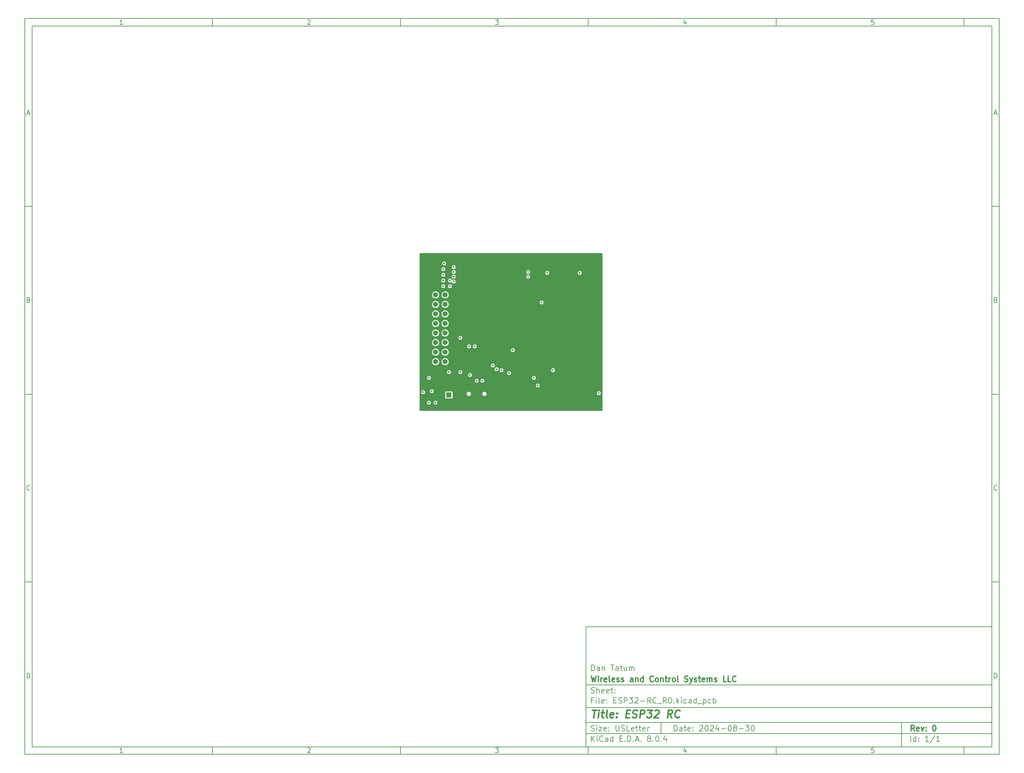
<source format=gbl>
%TF.GenerationSoftware,KiCad,Pcbnew,8.0.4*%
%TF.CreationDate,2024-09-05T11:58:49-04:00*%
%TF.ProjectId,ESP32-RC_R0,45535033-322d-4524-935f-52302e6b6963,0*%
%TF.SameCoordinates,PX6dbb4f0PY6d3f490*%
%TF.FileFunction,Copper,L4,Bot*%
%TF.FilePolarity,Positive*%
%FSLAX46Y46*%
G04 Gerber Fmt 4.6, Leading zero omitted, Abs format (unit mm)*
G04 Created by KiCad (PCBNEW 8.0.4) date 2024-09-05 11:58:49*
%MOMM*%
%LPD*%
G01*
G04 APERTURE LIST*
%ADD10C,0.100000*%
%ADD11C,0.150000*%
%ADD12C,0.300000*%
%ADD13C,0.400000*%
%TA.AperFunction,ComponentPad*%
%ADD14R,1.370000X1.370000*%
%TD*%
%TA.AperFunction,ComponentPad*%
%ADD15C,1.370000*%
%TD*%
%TA.AperFunction,ViaPad*%
%ADD16C,0.508000*%
%TD*%
G04 APERTURE END LIST*
D10*
D11*
X44338000Y-57346000D02*
X152338000Y-57346000D01*
X152338000Y-89346000D01*
X44338000Y-89346000D01*
X44338000Y-57346000D01*
D10*
D11*
X-105062000Y104554000D02*
X154338000Y104554000D01*
X154338000Y-91346000D01*
X-105062000Y-91346000D01*
X-105062000Y104554000D01*
D10*
D11*
X-103062000Y102554000D02*
X152338000Y102554000D01*
X152338000Y-89346000D01*
X-103062000Y-89346000D01*
X-103062000Y102554000D01*
D10*
D11*
X-55062000Y102554000D02*
X-55062000Y104554000D01*
D10*
D11*
X-5062000Y102554000D02*
X-5062000Y104554000D01*
D10*
D11*
X44938000Y102554000D02*
X44938000Y104554000D01*
D10*
D11*
X94938000Y102554000D02*
X94938000Y104554000D01*
D10*
D11*
X144938000Y102554000D02*
X144938000Y104554000D01*
D10*
D11*
X-78972840Y102960396D02*
X-79715697Y102960396D01*
X-79344269Y102960396D02*
X-79344269Y104260396D01*
X-79344269Y104260396D02*
X-79468078Y104074681D01*
X-79468078Y104074681D02*
X-79591888Y103950872D01*
X-79591888Y103950872D02*
X-79715697Y103888967D01*
D10*
D11*
X-29715697Y104136586D02*
X-29653793Y104198491D01*
X-29653793Y104198491D02*
X-29529983Y104260396D01*
X-29529983Y104260396D02*
X-29220459Y104260396D01*
X-29220459Y104260396D02*
X-29096650Y104198491D01*
X-29096650Y104198491D02*
X-29034745Y104136586D01*
X-29034745Y104136586D02*
X-28972840Y104012777D01*
X-28972840Y104012777D02*
X-28972840Y103888967D01*
X-28972840Y103888967D02*
X-29034745Y103703253D01*
X-29034745Y103703253D02*
X-29777602Y102960396D01*
X-29777602Y102960396D02*
X-28972840Y102960396D01*
D10*
D11*
X20222398Y104260396D02*
X21027160Y104260396D01*
X21027160Y104260396D02*
X20593826Y103765158D01*
X20593826Y103765158D02*
X20779541Y103765158D01*
X20779541Y103765158D02*
X20903350Y103703253D01*
X20903350Y103703253D02*
X20965255Y103641348D01*
X20965255Y103641348D02*
X21027160Y103517539D01*
X21027160Y103517539D02*
X21027160Y103208015D01*
X21027160Y103208015D02*
X20965255Y103084205D01*
X20965255Y103084205D02*
X20903350Y103022300D01*
X20903350Y103022300D02*
X20779541Y102960396D01*
X20779541Y102960396D02*
X20408112Y102960396D01*
X20408112Y102960396D02*
X20284303Y103022300D01*
X20284303Y103022300D02*
X20222398Y103084205D01*
D10*
D11*
X70903350Y103827062D02*
X70903350Y102960396D01*
X70593826Y104322300D02*
X70284303Y103393729D01*
X70284303Y103393729D02*
X71089064Y103393729D01*
D10*
D11*
X120965255Y104260396D02*
X120346207Y104260396D01*
X120346207Y104260396D02*
X120284303Y103641348D01*
X120284303Y103641348D02*
X120346207Y103703253D01*
X120346207Y103703253D02*
X120470017Y103765158D01*
X120470017Y103765158D02*
X120779541Y103765158D01*
X120779541Y103765158D02*
X120903350Y103703253D01*
X120903350Y103703253D02*
X120965255Y103641348D01*
X120965255Y103641348D02*
X121027160Y103517539D01*
X121027160Y103517539D02*
X121027160Y103208015D01*
X121027160Y103208015D02*
X120965255Y103084205D01*
X120965255Y103084205D02*
X120903350Y103022300D01*
X120903350Y103022300D02*
X120779541Y102960396D01*
X120779541Y102960396D02*
X120470017Y102960396D01*
X120470017Y102960396D02*
X120346207Y103022300D01*
X120346207Y103022300D02*
X120284303Y103084205D01*
D10*
D11*
X-55062000Y-89346000D02*
X-55062000Y-91346000D01*
D10*
D11*
X-5062000Y-89346000D02*
X-5062000Y-91346000D01*
D10*
D11*
X44938000Y-89346000D02*
X44938000Y-91346000D01*
D10*
D11*
X94938000Y-89346000D02*
X94938000Y-91346000D01*
D10*
D11*
X144938000Y-89346000D02*
X144938000Y-91346000D01*
D10*
D11*
X-78972840Y-90939604D02*
X-79715697Y-90939604D01*
X-79344269Y-90939604D02*
X-79344269Y-89639604D01*
X-79344269Y-89639604D02*
X-79468078Y-89825319D01*
X-79468078Y-89825319D02*
X-79591888Y-89949128D01*
X-79591888Y-89949128D02*
X-79715697Y-90011033D01*
D10*
D11*
X-29715697Y-89763414D02*
X-29653793Y-89701509D01*
X-29653793Y-89701509D02*
X-29529983Y-89639604D01*
X-29529983Y-89639604D02*
X-29220459Y-89639604D01*
X-29220459Y-89639604D02*
X-29096650Y-89701509D01*
X-29096650Y-89701509D02*
X-29034745Y-89763414D01*
X-29034745Y-89763414D02*
X-28972840Y-89887223D01*
X-28972840Y-89887223D02*
X-28972840Y-90011033D01*
X-28972840Y-90011033D02*
X-29034745Y-90196747D01*
X-29034745Y-90196747D02*
X-29777602Y-90939604D01*
X-29777602Y-90939604D02*
X-28972840Y-90939604D01*
D10*
D11*
X20222398Y-89639604D02*
X21027160Y-89639604D01*
X21027160Y-89639604D02*
X20593826Y-90134842D01*
X20593826Y-90134842D02*
X20779541Y-90134842D01*
X20779541Y-90134842D02*
X20903350Y-90196747D01*
X20903350Y-90196747D02*
X20965255Y-90258652D01*
X20965255Y-90258652D02*
X21027160Y-90382461D01*
X21027160Y-90382461D02*
X21027160Y-90691985D01*
X21027160Y-90691985D02*
X20965255Y-90815795D01*
X20965255Y-90815795D02*
X20903350Y-90877700D01*
X20903350Y-90877700D02*
X20779541Y-90939604D01*
X20779541Y-90939604D02*
X20408112Y-90939604D01*
X20408112Y-90939604D02*
X20284303Y-90877700D01*
X20284303Y-90877700D02*
X20222398Y-90815795D01*
D10*
D11*
X70903350Y-90072938D02*
X70903350Y-90939604D01*
X70593826Y-89577700D02*
X70284303Y-90506271D01*
X70284303Y-90506271D02*
X71089064Y-90506271D01*
D10*
D11*
X120965255Y-89639604D02*
X120346207Y-89639604D01*
X120346207Y-89639604D02*
X120284303Y-90258652D01*
X120284303Y-90258652D02*
X120346207Y-90196747D01*
X120346207Y-90196747D02*
X120470017Y-90134842D01*
X120470017Y-90134842D02*
X120779541Y-90134842D01*
X120779541Y-90134842D02*
X120903350Y-90196747D01*
X120903350Y-90196747D02*
X120965255Y-90258652D01*
X120965255Y-90258652D02*
X121027160Y-90382461D01*
X121027160Y-90382461D02*
X121027160Y-90691985D01*
X121027160Y-90691985D02*
X120965255Y-90815795D01*
X120965255Y-90815795D02*
X120903350Y-90877700D01*
X120903350Y-90877700D02*
X120779541Y-90939604D01*
X120779541Y-90939604D02*
X120470017Y-90939604D01*
X120470017Y-90939604D02*
X120346207Y-90877700D01*
X120346207Y-90877700D02*
X120284303Y-90815795D01*
D10*
D11*
X-105062000Y54554000D02*
X-103062000Y54554000D01*
D10*
D11*
X-105062000Y4554000D02*
X-103062000Y4554000D01*
D10*
D11*
X-105062000Y-45446000D02*
X-103062000Y-45446000D01*
D10*
D11*
X-104371524Y79331824D02*
X-103752477Y79331824D01*
X-104495334Y78960396D02*
X-104062001Y80260396D01*
X-104062001Y80260396D02*
X-103628667Y78960396D01*
D10*
D11*
X-103969143Y29641348D02*
X-103783429Y29579443D01*
X-103783429Y29579443D02*
X-103721524Y29517539D01*
X-103721524Y29517539D02*
X-103659620Y29393729D01*
X-103659620Y29393729D02*
X-103659620Y29208015D01*
X-103659620Y29208015D02*
X-103721524Y29084205D01*
X-103721524Y29084205D02*
X-103783429Y29022300D01*
X-103783429Y29022300D02*
X-103907239Y28960396D01*
X-103907239Y28960396D02*
X-104402477Y28960396D01*
X-104402477Y28960396D02*
X-104402477Y30260396D01*
X-104402477Y30260396D02*
X-103969143Y30260396D01*
X-103969143Y30260396D02*
X-103845334Y30198491D01*
X-103845334Y30198491D02*
X-103783429Y30136586D01*
X-103783429Y30136586D02*
X-103721524Y30012777D01*
X-103721524Y30012777D02*
X-103721524Y29888967D01*
X-103721524Y29888967D02*
X-103783429Y29765158D01*
X-103783429Y29765158D02*
X-103845334Y29703253D01*
X-103845334Y29703253D02*
X-103969143Y29641348D01*
X-103969143Y29641348D02*
X-104402477Y29641348D01*
D10*
D11*
X-103659620Y-20915795D02*
X-103721524Y-20977700D01*
X-103721524Y-20977700D02*
X-103907239Y-21039604D01*
X-103907239Y-21039604D02*
X-104031048Y-21039604D01*
X-104031048Y-21039604D02*
X-104216762Y-20977700D01*
X-104216762Y-20977700D02*
X-104340572Y-20853890D01*
X-104340572Y-20853890D02*
X-104402477Y-20730080D01*
X-104402477Y-20730080D02*
X-104464381Y-20482461D01*
X-104464381Y-20482461D02*
X-104464381Y-20296747D01*
X-104464381Y-20296747D02*
X-104402477Y-20049128D01*
X-104402477Y-20049128D02*
X-104340572Y-19925319D01*
X-104340572Y-19925319D02*
X-104216762Y-19801509D01*
X-104216762Y-19801509D02*
X-104031048Y-19739604D01*
X-104031048Y-19739604D02*
X-103907239Y-19739604D01*
X-103907239Y-19739604D02*
X-103721524Y-19801509D01*
X-103721524Y-19801509D02*
X-103659620Y-19863414D01*
D10*
D11*
X-104402477Y-71039604D02*
X-104402477Y-69739604D01*
X-104402477Y-69739604D02*
X-104092953Y-69739604D01*
X-104092953Y-69739604D02*
X-103907239Y-69801509D01*
X-103907239Y-69801509D02*
X-103783429Y-69925319D01*
X-103783429Y-69925319D02*
X-103721524Y-70049128D01*
X-103721524Y-70049128D02*
X-103659620Y-70296747D01*
X-103659620Y-70296747D02*
X-103659620Y-70482461D01*
X-103659620Y-70482461D02*
X-103721524Y-70730080D01*
X-103721524Y-70730080D02*
X-103783429Y-70853890D01*
X-103783429Y-70853890D02*
X-103907239Y-70977700D01*
X-103907239Y-70977700D02*
X-104092953Y-71039604D01*
X-104092953Y-71039604D02*
X-104402477Y-71039604D01*
D10*
D11*
X154338000Y54554000D02*
X152338000Y54554000D01*
D10*
D11*
X154338000Y4554000D02*
X152338000Y4554000D01*
D10*
D11*
X154338000Y-45446000D02*
X152338000Y-45446000D01*
D10*
D11*
X153028476Y79331824D02*
X153647523Y79331824D01*
X152904666Y78960396D02*
X153337999Y80260396D01*
X153337999Y80260396D02*
X153771333Y78960396D01*
D10*
D11*
X153430857Y29641348D02*
X153616571Y29579443D01*
X153616571Y29579443D02*
X153678476Y29517539D01*
X153678476Y29517539D02*
X153740380Y29393729D01*
X153740380Y29393729D02*
X153740380Y29208015D01*
X153740380Y29208015D02*
X153678476Y29084205D01*
X153678476Y29084205D02*
X153616571Y29022300D01*
X153616571Y29022300D02*
X153492761Y28960396D01*
X153492761Y28960396D02*
X152997523Y28960396D01*
X152997523Y28960396D02*
X152997523Y30260396D01*
X152997523Y30260396D02*
X153430857Y30260396D01*
X153430857Y30260396D02*
X153554666Y30198491D01*
X153554666Y30198491D02*
X153616571Y30136586D01*
X153616571Y30136586D02*
X153678476Y30012777D01*
X153678476Y30012777D02*
X153678476Y29888967D01*
X153678476Y29888967D02*
X153616571Y29765158D01*
X153616571Y29765158D02*
X153554666Y29703253D01*
X153554666Y29703253D02*
X153430857Y29641348D01*
X153430857Y29641348D02*
X152997523Y29641348D01*
D10*
D11*
X153740380Y-20915795D02*
X153678476Y-20977700D01*
X153678476Y-20977700D02*
X153492761Y-21039604D01*
X153492761Y-21039604D02*
X153368952Y-21039604D01*
X153368952Y-21039604D02*
X153183238Y-20977700D01*
X153183238Y-20977700D02*
X153059428Y-20853890D01*
X153059428Y-20853890D02*
X152997523Y-20730080D01*
X152997523Y-20730080D02*
X152935619Y-20482461D01*
X152935619Y-20482461D02*
X152935619Y-20296747D01*
X152935619Y-20296747D02*
X152997523Y-20049128D01*
X152997523Y-20049128D02*
X153059428Y-19925319D01*
X153059428Y-19925319D02*
X153183238Y-19801509D01*
X153183238Y-19801509D02*
X153368952Y-19739604D01*
X153368952Y-19739604D02*
X153492761Y-19739604D01*
X153492761Y-19739604D02*
X153678476Y-19801509D01*
X153678476Y-19801509D02*
X153740380Y-19863414D01*
D10*
D11*
X152997523Y-71039604D02*
X152997523Y-69739604D01*
X152997523Y-69739604D02*
X153307047Y-69739604D01*
X153307047Y-69739604D02*
X153492761Y-69801509D01*
X153492761Y-69801509D02*
X153616571Y-69925319D01*
X153616571Y-69925319D02*
X153678476Y-70049128D01*
X153678476Y-70049128D02*
X153740380Y-70296747D01*
X153740380Y-70296747D02*
X153740380Y-70482461D01*
X153740380Y-70482461D02*
X153678476Y-70730080D01*
X153678476Y-70730080D02*
X153616571Y-70853890D01*
X153616571Y-70853890D02*
X153492761Y-70977700D01*
X153492761Y-70977700D02*
X153307047Y-71039604D01*
X153307047Y-71039604D02*
X152997523Y-71039604D01*
D10*
D11*
X67793826Y-85132128D02*
X67793826Y-83632128D01*
X67793826Y-83632128D02*
X68150969Y-83632128D01*
X68150969Y-83632128D02*
X68365255Y-83703557D01*
X68365255Y-83703557D02*
X68508112Y-83846414D01*
X68508112Y-83846414D02*
X68579541Y-83989271D01*
X68579541Y-83989271D02*
X68650969Y-84274985D01*
X68650969Y-84274985D02*
X68650969Y-84489271D01*
X68650969Y-84489271D02*
X68579541Y-84774985D01*
X68579541Y-84774985D02*
X68508112Y-84917842D01*
X68508112Y-84917842D02*
X68365255Y-85060700D01*
X68365255Y-85060700D02*
X68150969Y-85132128D01*
X68150969Y-85132128D02*
X67793826Y-85132128D01*
X69936684Y-85132128D02*
X69936684Y-84346414D01*
X69936684Y-84346414D02*
X69865255Y-84203557D01*
X69865255Y-84203557D02*
X69722398Y-84132128D01*
X69722398Y-84132128D02*
X69436684Y-84132128D01*
X69436684Y-84132128D02*
X69293826Y-84203557D01*
X69936684Y-85060700D02*
X69793826Y-85132128D01*
X69793826Y-85132128D02*
X69436684Y-85132128D01*
X69436684Y-85132128D02*
X69293826Y-85060700D01*
X69293826Y-85060700D02*
X69222398Y-84917842D01*
X69222398Y-84917842D02*
X69222398Y-84774985D01*
X69222398Y-84774985D02*
X69293826Y-84632128D01*
X69293826Y-84632128D02*
X69436684Y-84560700D01*
X69436684Y-84560700D02*
X69793826Y-84560700D01*
X69793826Y-84560700D02*
X69936684Y-84489271D01*
X70436684Y-84132128D02*
X71008112Y-84132128D01*
X70650969Y-83632128D02*
X70650969Y-84917842D01*
X70650969Y-84917842D02*
X70722398Y-85060700D01*
X70722398Y-85060700D02*
X70865255Y-85132128D01*
X70865255Y-85132128D02*
X71008112Y-85132128D01*
X72079541Y-85060700D02*
X71936684Y-85132128D01*
X71936684Y-85132128D02*
X71650970Y-85132128D01*
X71650970Y-85132128D02*
X71508112Y-85060700D01*
X71508112Y-85060700D02*
X71436684Y-84917842D01*
X71436684Y-84917842D02*
X71436684Y-84346414D01*
X71436684Y-84346414D02*
X71508112Y-84203557D01*
X71508112Y-84203557D02*
X71650970Y-84132128D01*
X71650970Y-84132128D02*
X71936684Y-84132128D01*
X71936684Y-84132128D02*
X72079541Y-84203557D01*
X72079541Y-84203557D02*
X72150970Y-84346414D01*
X72150970Y-84346414D02*
X72150970Y-84489271D01*
X72150970Y-84489271D02*
X71436684Y-84632128D01*
X72793826Y-84989271D02*
X72865255Y-85060700D01*
X72865255Y-85060700D02*
X72793826Y-85132128D01*
X72793826Y-85132128D02*
X72722398Y-85060700D01*
X72722398Y-85060700D02*
X72793826Y-84989271D01*
X72793826Y-84989271D02*
X72793826Y-85132128D01*
X72793826Y-84203557D02*
X72865255Y-84274985D01*
X72865255Y-84274985D02*
X72793826Y-84346414D01*
X72793826Y-84346414D02*
X72722398Y-84274985D01*
X72722398Y-84274985D02*
X72793826Y-84203557D01*
X72793826Y-84203557D02*
X72793826Y-84346414D01*
X74579541Y-83774985D02*
X74650969Y-83703557D01*
X74650969Y-83703557D02*
X74793827Y-83632128D01*
X74793827Y-83632128D02*
X75150969Y-83632128D01*
X75150969Y-83632128D02*
X75293827Y-83703557D01*
X75293827Y-83703557D02*
X75365255Y-83774985D01*
X75365255Y-83774985D02*
X75436684Y-83917842D01*
X75436684Y-83917842D02*
X75436684Y-84060700D01*
X75436684Y-84060700D02*
X75365255Y-84274985D01*
X75365255Y-84274985D02*
X74508112Y-85132128D01*
X74508112Y-85132128D02*
X75436684Y-85132128D01*
X76365255Y-83632128D02*
X76508112Y-83632128D01*
X76508112Y-83632128D02*
X76650969Y-83703557D01*
X76650969Y-83703557D02*
X76722398Y-83774985D01*
X76722398Y-83774985D02*
X76793826Y-83917842D01*
X76793826Y-83917842D02*
X76865255Y-84203557D01*
X76865255Y-84203557D02*
X76865255Y-84560700D01*
X76865255Y-84560700D02*
X76793826Y-84846414D01*
X76793826Y-84846414D02*
X76722398Y-84989271D01*
X76722398Y-84989271D02*
X76650969Y-85060700D01*
X76650969Y-85060700D02*
X76508112Y-85132128D01*
X76508112Y-85132128D02*
X76365255Y-85132128D01*
X76365255Y-85132128D02*
X76222398Y-85060700D01*
X76222398Y-85060700D02*
X76150969Y-84989271D01*
X76150969Y-84989271D02*
X76079540Y-84846414D01*
X76079540Y-84846414D02*
X76008112Y-84560700D01*
X76008112Y-84560700D02*
X76008112Y-84203557D01*
X76008112Y-84203557D02*
X76079540Y-83917842D01*
X76079540Y-83917842D02*
X76150969Y-83774985D01*
X76150969Y-83774985D02*
X76222398Y-83703557D01*
X76222398Y-83703557D02*
X76365255Y-83632128D01*
X77436683Y-83774985D02*
X77508111Y-83703557D01*
X77508111Y-83703557D02*
X77650969Y-83632128D01*
X77650969Y-83632128D02*
X78008111Y-83632128D01*
X78008111Y-83632128D02*
X78150969Y-83703557D01*
X78150969Y-83703557D02*
X78222397Y-83774985D01*
X78222397Y-83774985D02*
X78293826Y-83917842D01*
X78293826Y-83917842D02*
X78293826Y-84060700D01*
X78293826Y-84060700D02*
X78222397Y-84274985D01*
X78222397Y-84274985D02*
X77365254Y-85132128D01*
X77365254Y-85132128D02*
X78293826Y-85132128D01*
X79579540Y-84132128D02*
X79579540Y-85132128D01*
X79222397Y-83560700D02*
X78865254Y-84632128D01*
X78865254Y-84632128D02*
X79793825Y-84632128D01*
X80365253Y-84560700D02*
X81508111Y-84560700D01*
X82508111Y-83632128D02*
X82650968Y-83632128D01*
X82650968Y-83632128D02*
X82793825Y-83703557D01*
X82793825Y-83703557D02*
X82865254Y-83774985D01*
X82865254Y-83774985D02*
X82936682Y-83917842D01*
X82936682Y-83917842D02*
X83008111Y-84203557D01*
X83008111Y-84203557D02*
X83008111Y-84560700D01*
X83008111Y-84560700D02*
X82936682Y-84846414D01*
X82936682Y-84846414D02*
X82865254Y-84989271D01*
X82865254Y-84989271D02*
X82793825Y-85060700D01*
X82793825Y-85060700D02*
X82650968Y-85132128D01*
X82650968Y-85132128D02*
X82508111Y-85132128D01*
X82508111Y-85132128D02*
X82365254Y-85060700D01*
X82365254Y-85060700D02*
X82293825Y-84989271D01*
X82293825Y-84989271D02*
X82222396Y-84846414D01*
X82222396Y-84846414D02*
X82150968Y-84560700D01*
X82150968Y-84560700D02*
X82150968Y-84203557D01*
X82150968Y-84203557D02*
X82222396Y-83917842D01*
X82222396Y-83917842D02*
X82293825Y-83774985D01*
X82293825Y-83774985D02*
X82365254Y-83703557D01*
X82365254Y-83703557D02*
X82508111Y-83632128D01*
X83865253Y-84274985D02*
X83722396Y-84203557D01*
X83722396Y-84203557D02*
X83650967Y-84132128D01*
X83650967Y-84132128D02*
X83579539Y-83989271D01*
X83579539Y-83989271D02*
X83579539Y-83917842D01*
X83579539Y-83917842D02*
X83650967Y-83774985D01*
X83650967Y-83774985D02*
X83722396Y-83703557D01*
X83722396Y-83703557D02*
X83865253Y-83632128D01*
X83865253Y-83632128D02*
X84150967Y-83632128D01*
X84150967Y-83632128D02*
X84293825Y-83703557D01*
X84293825Y-83703557D02*
X84365253Y-83774985D01*
X84365253Y-83774985D02*
X84436682Y-83917842D01*
X84436682Y-83917842D02*
X84436682Y-83989271D01*
X84436682Y-83989271D02*
X84365253Y-84132128D01*
X84365253Y-84132128D02*
X84293825Y-84203557D01*
X84293825Y-84203557D02*
X84150967Y-84274985D01*
X84150967Y-84274985D02*
X83865253Y-84274985D01*
X83865253Y-84274985D02*
X83722396Y-84346414D01*
X83722396Y-84346414D02*
X83650967Y-84417842D01*
X83650967Y-84417842D02*
X83579539Y-84560700D01*
X83579539Y-84560700D02*
X83579539Y-84846414D01*
X83579539Y-84846414D02*
X83650967Y-84989271D01*
X83650967Y-84989271D02*
X83722396Y-85060700D01*
X83722396Y-85060700D02*
X83865253Y-85132128D01*
X83865253Y-85132128D02*
X84150967Y-85132128D01*
X84150967Y-85132128D02*
X84293825Y-85060700D01*
X84293825Y-85060700D02*
X84365253Y-84989271D01*
X84365253Y-84989271D02*
X84436682Y-84846414D01*
X84436682Y-84846414D02*
X84436682Y-84560700D01*
X84436682Y-84560700D02*
X84365253Y-84417842D01*
X84365253Y-84417842D02*
X84293825Y-84346414D01*
X84293825Y-84346414D02*
X84150967Y-84274985D01*
X85079538Y-84560700D02*
X86222396Y-84560700D01*
X86793824Y-83632128D02*
X87722396Y-83632128D01*
X87722396Y-83632128D02*
X87222396Y-84203557D01*
X87222396Y-84203557D02*
X87436681Y-84203557D01*
X87436681Y-84203557D02*
X87579539Y-84274985D01*
X87579539Y-84274985D02*
X87650967Y-84346414D01*
X87650967Y-84346414D02*
X87722396Y-84489271D01*
X87722396Y-84489271D02*
X87722396Y-84846414D01*
X87722396Y-84846414D02*
X87650967Y-84989271D01*
X87650967Y-84989271D02*
X87579539Y-85060700D01*
X87579539Y-85060700D02*
X87436681Y-85132128D01*
X87436681Y-85132128D02*
X87008110Y-85132128D01*
X87008110Y-85132128D02*
X86865253Y-85060700D01*
X86865253Y-85060700D02*
X86793824Y-84989271D01*
X88650967Y-83632128D02*
X88793824Y-83632128D01*
X88793824Y-83632128D02*
X88936681Y-83703557D01*
X88936681Y-83703557D02*
X89008110Y-83774985D01*
X89008110Y-83774985D02*
X89079538Y-83917842D01*
X89079538Y-83917842D02*
X89150967Y-84203557D01*
X89150967Y-84203557D02*
X89150967Y-84560700D01*
X89150967Y-84560700D02*
X89079538Y-84846414D01*
X89079538Y-84846414D02*
X89008110Y-84989271D01*
X89008110Y-84989271D02*
X88936681Y-85060700D01*
X88936681Y-85060700D02*
X88793824Y-85132128D01*
X88793824Y-85132128D02*
X88650967Y-85132128D01*
X88650967Y-85132128D02*
X88508110Y-85060700D01*
X88508110Y-85060700D02*
X88436681Y-84989271D01*
X88436681Y-84989271D02*
X88365252Y-84846414D01*
X88365252Y-84846414D02*
X88293824Y-84560700D01*
X88293824Y-84560700D02*
X88293824Y-84203557D01*
X88293824Y-84203557D02*
X88365252Y-83917842D01*
X88365252Y-83917842D02*
X88436681Y-83774985D01*
X88436681Y-83774985D02*
X88508110Y-83703557D01*
X88508110Y-83703557D02*
X88650967Y-83632128D01*
D10*
D11*
X44338000Y-85846000D02*
X152338000Y-85846000D01*
D10*
D11*
X45793826Y-87932128D02*
X45793826Y-86432128D01*
X46650969Y-87932128D02*
X46008112Y-87074985D01*
X46650969Y-86432128D02*
X45793826Y-87289271D01*
X47293826Y-87932128D02*
X47293826Y-86932128D01*
X47293826Y-86432128D02*
X47222398Y-86503557D01*
X47222398Y-86503557D02*
X47293826Y-86574985D01*
X47293826Y-86574985D02*
X47365255Y-86503557D01*
X47365255Y-86503557D02*
X47293826Y-86432128D01*
X47293826Y-86432128D02*
X47293826Y-86574985D01*
X48865255Y-87789271D02*
X48793827Y-87860700D01*
X48793827Y-87860700D02*
X48579541Y-87932128D01*
X48579541Y-87932128D02*
X48436684Y-87932128D01*
X48436684Y-87932128D02*
X48222398Y-87860700D01*
X48222398Y-87860700D02*
X48079541Y-87717842D01*
X48079541Y-87717842D02*
X48008112Y-87574985D01*
X48008112Y-87574985D02*
X47936684Y-87289271D01*
X47936684Y-87289271D02*
X47936684Y-87074985D01*
X47936684Y-87074985D02*
X48008112Y-86789271D01*
X48008112Y-86789271D02*
X48079541Y-86646414D01*
X48079541Y-86646414D02*
X48222398Y-86503557D01*
X48222398Y-86503557D02*
X48436684Y-86432128D01*
X48436684Y-86432128D02*
X48579541Y-86432128D01*
X48579541Y-86432128D02*
X48793827Y-86503557D01*
X48793827Y-86503557D02*
X48865255Y-86574985D01*
X50150970Y-87932128D02*
X50150970Y-87146414D01*
X50150970Y-87146414D02*
X50079541Y-87003557D01*
X50079541Y-87003557D02*
X49936684Y-86932128D01*
X49936684Y-86932128D02*
X49650970Y-86932128D01*
X49650970Y-86932128D02*
X49508112Y-87003557D01*
X50150970Y-87860700D02*
X50008112Y-87932128D01*
X50008112Y-87932128D02*
X49650970Y-87932128D01*
X49650970Y-87932128D02*
X49508112Y-87860700D01*
X49508112Y-87860700D02*
X49436684Y-87717842D01*
X49436684Y-87717842D02*
X49436684Y-87574985D01*
X49436684Y-87574985D02*
X49508112Y-87432128D01*
X49508112Y-87432128D02*
X49650970Y-87360700D01*
X49650970Y-87360700D02*
X50008112Y-87360700D01*
X50008112Y-87360700D02*
X50150970Y-87289271D01*
X51508113Y-87932128D02*
X51508113Y-86432128D01*
X51508113Y-87860700D02*
X51365255Y-87932128D01*
X51365255Y-87932128D02*
X51079541Y-87932128D01*
X51079541Y-87932128D02*
X50936684Y-87860700D01*
X50936684Y-87860700D02*
X50865255Y-87789271D01*
X50865255Y-87789271D02*
X50793827Y-87646414D01*
X50793827Y-87646414D02*
X50793827Y-87217842D01*
X50793827Y-87217842D02*
X50865255Y-87074985D01*
X50865255Y-87074985D02*
X50936684Y-87003557D01*
X50936684Y-87003557D02*
X51079541Y-86932128D01*
X51079541Y-86932128D02*
X51365255Y-86932128D01*
X51365255Y-86932128D02*
X51508113Y-87003557D01*
X53365255Y-87146414D02*
X53865255Y-87146414D01*
X54079541Y-87932128D02*
X53365255Y-87932128D01*
X53365255Y-87932128D02*
X53365255Y-86432128D01*
X53365255Y-86432128D02*
X54079541Y-86432128D01*
X54722398Y-87789271D02*
X54793827Y-87860700D01*
X54793827Y-87860700D02*
X54722398Y-87932128D01*
X54722398Y-87932128D02*
X54650970Y-87860700D01*
X54650970Y-87860700D02*
X54722398Y-87789271D01*
X54722398Y-87789271D02*
X54722398Y-87932128D01*
X55436684Y-87932128D02*
X55436684Y-86432128D01*
X55436684Y-86432128D02*
X55793827Y-86432128D01*
X55793827Y-86432128D02*
X56008113Y-86503557D01*
X56008113Y-86503557D02*
X56150970Y-86646414D01*
X56150970Y-86646414D02*
X56222399Y-86789271D01*
X56222399Y-86789271D02*
X56293827Y-87074985D01*
X56293827Y-87074985D02*
X56293827Y-87289271D01*
X56293827Y-87289271D02*
X56222399Y-87574985D01*
X56222399Y-87574985D02*
X56150970Y-87717842D01*
X56150970Y-87717842D02*
X56008113Y-87860700D01*
X56008113Y-87860700D02*
X55793827Y-87932128D01*
X55793827Y-87932128D02*
X55436684Y-87932128D01*
X56936684Y-87789271D02*
X57008113Y-87860700D01*
X57008113Y-87860700D02*
X56936684Y-87932128D01*
X56936684Y-87932128D02*
X56865256Y-87860700D01*
X56865256Y-87860700D02*
X56936684Y-87789271D01*
X56936684Y-87789271D02*
X56936684Y-87932128D01*
X57579542Y-87503557D02*
X58293828Y-87503557D01*
X57436685Y-87932128D02*
X57936685Y-86432128D01*
X57936685Y-86432128D02*
X58436685Y-87932128D01*
X58936684Y-87789271D02*
X59008113Y-87860700D01*
X59008113Y-87860700D02*
X58936684Y-87932128D01*
X58936684Y-87932128D02*
X58865256Y-87860700D01*
X58865256Y-87860700D02*
X58936684Y-87789271D01*
X58936684Y-87789271D02*
X58936684Y-87932128D01*
X61008113Y-87074985D02*
X60865256Y-87003557D01*
X60865256Y-87003557D02*
X60793827Y-86932128D01*
X60793827Y-86932128D02*
X60722399Y-86789271D01*
X60722399Y-86789271D02*
X60722399Y-86717842D01*
X60722399Y-86717842D02*
X60793827Y-86574985D01*
X60793827Y-86574985D02*
X60865256Y-86503557D01*
X60865256Y-86503557D02*
X61008113Y-86432128D01*
X61008113Y-86432128D02*
X61293827Y-86432128D01*
X61293827Y-86432128D02*
X61436685Y-86503557D01*
X61436685Y-86503557D02*
X61508113Y-86574985D01*
X61508113Y-86574985D02*
X61579542Y-86717842D01*
X61579542Y-86717842D02*
X61579542Y-86789271D01*
X61579542Y-86789271D02*
X61508113Y-86932128D01*
X61508113Y-86932128D02*
X61436685Y-87003557D01*
X61436685Y-87003557D02*
X61293827Y-87074985D01*
X61293827Y-87074985D02*
X61008113Y-87074985D01*
X61008113Y-87074985D02*
X60865256Y-87146414D01*
X60865256Y-87146414D02*
X60793827Y-87217842D01*
X60793827Y-87217842D02*
X60722399Y-87360700D01*
X60722399Y-87360700D02*
X60722399Y-87646414D01*
X60722399Y-87646414D02*
X60793827Y-87789271D01*
X60793827Y-87789271D02*
X60865256Y-87860700D01*
X60865256Y-87860700D02*
X61008113Y-87932128D01*
X61008113Y-87932128D02*
X61293827Y-87932128D01*
X61293827Y-87932128D02*
X61436685Y-87860700D01*
X61436685Y-87860700D02*
X61508113Y-87789271D01*
X61508113Y-87789271D02*
X61579542Y-87646414D01*
X61579542Y-87646414D02*
X61579542Y-87360700D01*
X61579542Y-87360700D02*
X61508113Y-87217842D01*
X61508113Y-87217842D02*
X61436685Y-87146414D01*
X61436685Y-87146414D02*
X61293827Y-87074985D01*
X62222398Y-87789271D02*
X62293827Y-87860700D01*
X62293827Y-87860700D02*
X62222398Y-87932128D01*
X62222398Y-87932128D02*
X62150970Y-87860700D01*
X62150970Y-87860700D02*
X62222398Y-87789271D01*
X62222398Y-87789271D02*
X62222398Y-87932128D01*
X63222399Y-86432128D02*
X63365256Y-86432128D01*
X63365256Y-86432128D02*
X63508113Y-86503557D01*
X63508113Y-86503557D02*
X63579542Y-86574985D01*
X63579542Y-86574985D02*
X63650970Y-86717842D01*
X63650970Y-86717842D02*
X63722399Y-87003557D01*
X63722399Y-87003557D02*
X63722399Y-87360700D01*
X63722399Y-87360700D02*
X63650970Y-87646414D01*
X63650970Y-87646414D02*
X63579542Y-87789271D01*
X63579542Y-87789271D02*
X63508113Y-87860700D01*
X63508113Y-87860700D02*
X63365256Y-87932128D01*
X63365256Y-87932128D02*
X63222399Y-87932128D01*
X63222399Y-87932128D02*
X63079542Y-87860700D01*
X63079542Y-87860700D02*
X63008113Y-87789271D01*
X63008113Y-87789271D02*
X62936684Y-87646414D01*
X62936684Y-87646414D02*
X62865256Y-87360700D01*
X62865256Y-87360700D02*
X62865256Y-87003557D01*
X62865256Y-87003557D02*
X62936684Y-86717842D01*
X62936684Y-86717842D02*
X63008113Y-86574985D01*
X63008113Y-86574985D02*
X63079542Y-86503557D01*
X63079542Y-86503557D02*
X63222399Y-86432128D01*
X64365255Y-87789271D02*
X64436684Y-87860700D01*
X64436684Y-87860700D02*
X64365255Y-87932128D01*
X64365255Y-87932128D02*
X64293827Y-87860700D01*
X64293827Y-87860700D02*
X64365255Y-87789271D01*
X64365255Y-87789271D02*
X64365255Y-87932128D01*
X65722399Y-86932128D02*
X65722399Y-87932128D01*
X65365256Y-86360700D02*
X65008113Y-87432128D01*
X65008113Y-87432128D02*
X65936684Y-87432128D01*
D10*
D11*
X44338000Y-82846000D02*
X152338000Y-82846000D01*
D10*
D12*
X131749653Y-85124328D02*
X131249653Y-84410042D01*
X130892510Y-85124328D02*
X130892510Y-83624328D01*
X130892510Y-83624328D02*
X131463939Y-83624328D01*
X131463939Y-83624328D02*
X131606796Y-83695757D01*
X131606796Y-83695757D02*
X131678225Y-83767185D01*
X131678225Y-83767185D02*
X131749653Y-83910042D01*
X131749653Y-83910042D02*
X131749653Y-84124328D01*
X131749653Y-84124328D02*
X131678225Y-84267185D01*
X131678225Y-84267185D02*
X131606796Y-84338614D01*
X131606796Y-84338614D02*
X131463939Y-84410042D01*
X131463939Y-84410042D02*
X130892510Y-84410042D01*
X132963939Y-85052900D02*
X132821082Y-85124328D01*
X132821082Y-85124328D02*
X132535368Y-85124328D01*
X132535368Y-85124328D02*
X132392510Y-85052900D01*
X132392510Y-85052900D02*
X132321082Y-84910042D01*
X132321082Y-84910042D02*
X132321082Y-84338614D01*
X132321082Y-84338614D02*
X132392510Y-84195757D01*
X132392510Y-84195757D02*
X132535368Y-84124328D01*
X132535368Y-84124328D02*
X132821082Y-84124328D01*
X132821082Y-84124328D02*
X132963939Y-84195757D01*
X132963939Y-84195757D02*
X133035368Y-84338614D01*
X133035368Y-84338614D02*
X133035368Y-84481471D01*
X133035368Y-84481471D02*
X132321082Y-84624328D01*
X133535367Y-84124328D02*
X133892510Y-85124328D01*
X133892510Y-85124328D02*
X134249653Y-84124328D01*
X134821081Y-84981471D02*
X134892510Y-85052900D01*
X134892510Y-85052900D02*
X134821081Y-85124328D01*
X134821081Y-85124328D02*
X134749653Y-85052900D01*
X134749653Y-85052900D02*
X134821081Y-84981471D01*
X134821081Y-84981471D02*
X134821081Y-85124328D01*
X134821081Y-84195757D02*
X134892510Y-84267185D01*
X134892510Y-84267185D02*
X134821081Y-84338614D01*
X134821081Y-84338614D02*
X134749653Y-84267185D01*
X134749653Y-84267185D02*
X134821081Y-84195757D01*
X134821081Y-84195757D02*
X134821081Y-84338614D01*
X136963939Y-83624328D02*
X137106796Y-83624328D01*
X137106796Y-83624328D02*
X137249653Y-83695757D01*
X137249653Y-83695757D02*
X137321082Y-83767185D01*
X137321082Y-83767185D02*
X137392510Y-83910042D01*
X137392510Y-83910042D02*
X137463939Y-84195757D01*
X137463939Y-84195757D02*
X137463939Y-84552900D01*
X137463939Y-84552900D02*
X137392510Y-84838614D01*
X137392510Y-84838614D02*
X137321082Y-84981471D01*
X137321082Y-84981471D02*
X137249653Y-85052900D01*
X137249653Y-85052900D02*
X137106796Y-85124328D01*
X137106796Y-85124328D02*
X136963939Y-85124328D01*
X136963939Y-85124328D02*
X136821082Y-85052900D01*
X136821082Y-85052900D02*
X136749653Y-84981471D01*
X136749653Y-84981471D02*
X136678224Y-84838614D01*
X136678224Y-84838614D02*
X136606796Y-84552900D01*
X136606796Y-84552900D02*
X136606796Y-84195757D01*
X136606796Y-84195757D02*
X136678224Y-83910042D01*
X136678224Y-83910042D02*
X136749653Y-83767185D01*
X136749653Y-83767185D02*
X136821082Y-83695757D01*
X136821082Y-83695757D02*
X136963939Y-83624328D01*
D10*
D11*
X45722398Y-85060700D02*
X45936684Y-85132128D01*
X45936684Y-85132128D02*
X46293826Y-85132128D01*
X46293826Y-85132128D02*
X46436684Y-85060700D01*
X46436684Y-85060700D02*
X46508112Y-84989271D01*
X46508112Y-84989271D02*
X46579541Y-84846414D01*
X46579541Y-84846414D02*
X46579541Y-84703557D01*
X46579541Y-84703557D02*
X46508112Y-84560700D01*
X46508112Y-84560700D02*
X46436684Y-84489271D01*
X46436684Y-84489271D02*
X46293826Y-84417842D01*
X46293826Y-84417842D02*
X46008112Y-84346414D01*
X46008112Y-84346414D02*
X45865255Y-84274985D01*
X45865255Y-84274985D02*
X45793826Y-84203557D01*
X45793826Y-84203557D02*
X45722398Y-84060700D01*
X45722398Y-84060700D02*
X45722398Y-83917842D01*
X45722398Y-83917842D02*
X45793826Y-83774985D01*
X45793826Y-83774985D02*
X45865255Y-83703557D01*
X45865255Y-83703557D02*
X46008112Y-83632128D01*
X46008112Y-83632128D02*
X46365255Y-83632128D01*
X46365255Y-83632128D02*
X46579541Y-83703557D01*
X47222397Y-85132128D02*
X47222397Y-84132128D01*
X47222397Y-83632128D02*
X47150969Y-83703557D01*
X47150969Y-83703557D02*
X47222397Y-83774985D01*
X47222397Y-83774985D02*
X47293826Y-83703557D01*
X47293826Y-83703557D02*
X47222397Y-83632128D01*
X47222397Y-83632128D02*
X47222397Y-83774985D01*
X47793826Y-84132128D02*
X48579541Y-84132128D01*
X48579541Y-84132128D02*
X47793826Y-85132128D01*
X47793826Y-85132128D02*
X48579541Y-85132128D01*
X49722398Y-85060700D02*
X49579541Y-85132128D01*
X49579541Y-85132128D02*
X49293827Y-85132128D01*
X49293827Y-85132128D02*
X49150969Y-85060700D01*
X49150969Y-85060700D02*
X49079541Y-84917842D01*
X49079541Y-84917842D02*
X49079541Y-84346414D01*
X49079541Y-84346414D02*
X49150969Y-84203557D01*
X49150969Y-84203557D02*
X49293827Y-84132128D01*
X49293827Y-84132128D02*
X49579541Y-84132128D01*
X49579541Y-84132128D02*
X49722398Y-84203557D01*
X49722398Y-84203557D02*
X49793827Y-84346414D01*
X49793827Y-84346414D02*
X49793827Y-84489271D01*
X49793827Y-84489271D02*
X49079541Y-84632128D01*
X50436683Y-84989271D02*
X50508112Y-85060700D01*
X50508112Y-85060700D02*
X50436683Y-85132128D01*
X50436683Y-85132128D02*
X50365255Y-85060700D01*
X50365255Y-85060700D02*
X50436683Y-84989271D01*
X50436683Y-84989271D02*
X50436683Y-85132128D01*
X50436683Y-84203557D02*
X50508112Y-84274985D01*
X50508112Y-84274985D02*
X50436683Y-84346414D01*
X50436683Y-84346414D02*
X50365255Y-84274985D01*
X50365255Y-84274985D02*
X50436683Y-84203557D01*
X50436683Y-84203557D02*
X50436683Y-84346414D01*
X52293826Y-83632128D02*
X52293826Y-84846414D01*
X52293826Y-84846414D02*
X52365255Y-84989271D01*
X52365255Y-84989271D02*
X52436684Y-85060700D01*
X52436684Y-85060700D02*
X52579541Y-85132128D01*
X52579541Y-85132128D02*
X52865255Y-85132128D01*
X52865255Y-85132128D02*
X53008112Y-85060700D01*
X53008112Y-85060700D02*
X53079541Y-84989271D01*
X53079541Y-84989271D02*
X53150969Y-84846414D01*
X53150969Y-84846414D02*
X53150969Y-83632128D01*
X53793827Y-85060700D02*
X54008113Y-85132128D01*
X54008113Y-85132128D02*
X54365255Y-85132128D01*
X54365255Y-85132128D02*
X54508113Y-85060700D01*
X54508113Y-85060700D02*
X54579541Y-84989271D01*
X54579541Y-84989271D02*
X54650970Y-84846414D01*
X54650970Y-84846414D02*
X54650970Y-84703557D01*
X54650970Y-84703557D02*
X54579541Y-84560700D01*
X54579541Y-84560700D02*
X54508113Y-84489271D01*
X54508113Y-84489271D02*
X54365255Y-84417842D01*
X54365255Y-84417842D02*
X54079541Y-84346414D01*
X54079541Y-84346414D02*
X53936684Y-84274985D01*
X53936684Y-84274985D02*
X53865255Y-84203557D01*
X53865255Y-84203557D02*
X53793827Y-84060700D01*
X53793827Y-84060700D02*
X53793827Y-83917842D01*
X53793827Y-83917842D02*
X53865255Y-83774985D01*
X53865255Y-83774985D02*
X53936684Y-83703557D01*
X53936684Y-83703557D02*
X54079541Y-83632128D01*
X54079541Y-83632128D02*
X54436684Y-83632128D01*
X54436684Y-83632128D02*
X54650970Y-83703557D01*
X56008112Y-85132128D02*
X55293826Y-85132128D01*
X55293826Y-85132128D02*
X55293826Y-83632128D01*
X57079541Y-85060700D02*
X56936684Y-85132128D01*
X56936684Y-85132128D02*
X56650970Y-85132128D01*
X56650970Y-85132128D02*
X56508112Y-85060700D01*
X56508112Y-85060700D02*
X56436684Y-84917842D01*
X56436684Y-84917842D02*
X56436684Y-84346414D01*
X56436684Y-84346414D02*
X56508112Y-84203557D01*
X56508112Y-84203557D02*
X56650970Y-84132128D01*
X56650970Y-84132128D02*
X56936684Y-84132128D01*
X56936684Y-84132128D02*
X57079541Y-84203557D01*
X57079541Y-84203557D02*
X57150970Y-84346414D01*
X57150970Y-84346414D02*
X57150970Y-84489271D01*
X57150970Y-84489271D02*
X56436684Y-84632128D01*
X57579541Y-84132128D02*
X58150969Y-84132128D01*
X57793826Y-83632128D02*
X57793826Y-84917842D01*
X57793826Y-84917842D02*
X57865255Y-85060700D01*
X57865255Y-85060700D02*
X58008112Y-85132128D01*
X58008112Y-85132128D02*
X58150969Y-85132128D01*
X58436684Y-84132128D02*
X59008112Y-84132128D01*
X58650969Y-83632128D02*
X58650969Y-84917842D01*
X58650969Y-84917842D02*
X58722398Y-85060700D01*
X58722398Y-85060700D02*
X58865255Y-85132128D01*
X58865255Y-85132128D02*
X59008112Y-85132128D01*
X60079541Y-85060700D02*
X59936684Y-85132128D01*
X59936684Y-85132128D02*
X59650970Y-85132128D01*
X59650970Y-85132128D02*
X59508112Y-85060700D01*
X59508112Y-85060700D02*
X59436684Y-84917842D01*
X59436684Y-84917842D02*
X59436684Y-84346414D01*
X59436684Y-84346414D02*
X59508112Y-84203557D01*
X59508112Y-84203557D02*
X59650970Y-84132128D01*
X59650970Y-84132128D02*
X59936684Y-84132128D01*
X59936684Y-84132128D02*
X60079541Y-84203557D01*
X60079541Y-84203557D02*
X60150970Y-84346414D01*
X60150970Y-84346414D02*
X60150970Y-84489271D01*
X60150970Y-84489271D02*
X59436684Y-84632128D01*
X60793826Y-85132128D02*
X60793826Y-84132128D01*
X60793826Y-84417842D02*
X60865255Y-84274985D01*
X60865255Y-84274985D02*
X60936684Y-84203557D01*
X60936684Y-84203557D02*
X61079541Y-84132128D01*
X61079541Y-84132128D02*
X61222398Y-84132128D01*
D10*
D11*
X130793826Y-87932128D02*
X130793826Y-86432128D01*
X132150970Y-87932128D02*
X132150970Y-86432128D01*
X132150970Y-87860700D02*
X132008112Y-87932128D01*
X132008112Y-87932128D02*
X131722398Y-87932128D01*
X131722398Y-87932128D02*
X131579541Y-87860700D01*
X131579541Y-87860700D02*
X131508112Y-87789271D01*
X131508112Y-87789271D02*
X131436684Y-87646414D01*
X131436684Y-87646414D02*
X131436684Y-87217842D01*
X131436684Y-87217842D02*
X131508112Y-87074985D01*
X131508112Y-87074985D02*
X131579541Y-87003557D01*
X131579541Y-87003557D02*
X131722398Y-86932128D01*
X131722398Y-86932128D02*
X132008112Y-86932128D01*
X132008112Y-86932128D02*
X132150970Y-87003557D01*
X132865255Y-87789271D02*
X132936684Y-87860700D01*
X132936684Y-87860700D02*
X132865255Y-87932128D01*
X132865255Y-87932128D02*
X132793827Y-87860700D01*
X132793827Y-87860700D02*
X132865255Y-87789271D01*
X132865255Y-87789271D02*
X132865255Y-87932128D01*
X132865255Y-87003557D02*
X132936684Y-87074985D01*
X132936684Y-87074985D02*
X132865255Y-87146414D01*
X132865255Y-87146414D02*
X132793827Y-87074985D01*
X132793827Y-87074985D02*
X132865255Y-87003557D01*
X132865255Y-87003557D02*
X132865255Y-87146414D01*
X135508113Y-87932128D02*
X134650970Y-87932128D01*
X135079541Y-87932128D02*
X135079541Y-86432128D01*
X135079541Y-86432128D02*
X134936684Y-86646414D01*
X134936684Y-86646414D02*
X134793827Y-86789271D01*
X134793827Y-86789271D02*
X134650970Y-86860700D01*
X137222398Y-86360700D02*
X135936684Y-88289271D01*
X138508113Y-87932128D02*
X137650970Y-87932128D01*
X138079541Y-87932128D02*
X138079541Y-86432128D01*
X138079541Y-86432128D02*
X137936684Y-86646414D01*
X137936684Y-86646414D02*
X137793827Y-86789271D01*
X137793827Y-86789271D02*
X137650970Y-86860700D01*
D10*
D11*
X44338000Y-78846000D02*
X152338000Y-78846000D01*
D10*
D13*
X46029728Y-79550438D02*
X47172585Y-79550438D01*
X46351157Y-81550438D02*
X46601157Y-79550438D01*
X47589252Y-81550438D02*
X47755919Y-80217104D01*
X47839252Y-79550438D02*
X47732109Y-79645676D01*
X47732109Y-79645676D02*
X47815443Y-79740914D01*
X47815443Y-79740914D02*
X47922586Y-79645676D01*
X47922586Y-79645676D02*
X47839252Y-79550438D01*
X47839252Y-79550438D02*
X47815443Y-79740914D01*
X48422586Y-80217104D02*
X49184490Y-80217104D01*
X48791633Y-79550438D02*
X48577348Y-81264723D01*
X48577348Y-81264723D02*
X48648776Y-81455200D01*
X48648776Y-81455200D02*
X48827348Y-81550438D01*
X48827348Y-81550438D02*
X49017824Y-81550438D01*
X49970205Y-81550438D02*
X49791633Y-81455200D01*
X49791633Y-81455200D02*
X49720205Y-81264723D01*
X49720205Y-81264723D02*
X49934490Y-79550438D01*
X51505919Y-81455200D02*
X51303538Y-81550438D01*
X51303538Y-81550438D02*
X50922585Y-81550438D01*
X50922585Y-81550438D02*
X50744014Y-81455200D01*
X50744014Y-81455200D02*
X50672585Y-81264723D01*
X50672585Y-81264723D02*
X50767824Y-80502819D01*
X50767824Y-80502819D02*
X50886871Y-80312342D01*
X50886871Y-80312342D02*
X51089252Y-80217104D01*
X51089252Y-80217104D02*
X51470204Y-80217104D01*
X51470204Y-80217104D02*
X51648776Y-80312342D01*
X51648776Y-80312342D02*
X51720204Y-80502819D01*
X51720204Y-80502819D02*
X51696395Y-80693295D01*
X51696395Y-80693295D02*
X50720204Y-80883771D01*
X52470205Y-81359961D02*
X52553538Y-81455200D01*
X52553538Y-81455200D02*
X52446395Y-81550438D01*
X52446395Y-81550438D02*
X52363062Y-81455200D01*
X52363062Y-81455200D02*
X52470205Y-81359961D01*
X52470205Y-81359961D02*
X52446395Y-81550438D01*
X52601157Y-80312342D02*
X52684490Y-80407580D01*
X52684490Y-80407580D02*
X52577348Y-80502819D01*
X52577348Y-80502819D02*
X52494014Y-80407580D01*
X52494014Y-80407580D02*
X52601157Y-80312342D01*
X52601157Y-80312342D02*
X52577348Y-80502819D01*
X55053539Y-80502819D02*
X55720205Y-80502819D01*
X55874967Y-81550438D02*
X54922586Y-81550438D01*
X54922586Y-81550438D02*
X55172586Y-79550438D01*
X55172586Y-79550438D02*
X56124967Y-79550438D01*
X56648777Y-81455200D02*
X56922586Y-81550438D01*
X56922586Y-81550438D02*
X57398777Y-81550438D01*
X57398777Y-81550438D02*
X57601158Y-81455200D01*
X57601158Y-81455200D02*
X57708301Y-81359961D01*
X57708301Y-81359961D02*
X57827348Y-81169485D01*
X57827348Y-81169485D02*
X57851158Y-80979009D01*
X57851158Y-80979009D02*
X57779729Y-80788533D01*
X57779729Y-80788533D02*
X57696396Y-80693295D01*
X57696396Y-80693295D02*
X57517825Y-80598057D01*
X57517825Y-80598057D02*
X57148777Y-80502819D01*
X57148777Y-80502819D02*
X56970205Y-80407580D01*
X56970205Y-80407580D02*
X56886872Y-80312342D01*
X56886872Y-80312342D02*
X56815444Y-80121866D01*
X56815444Y-80121866D02*
X56839253Y-79931390D01*
X56839253Y-79931390D02*
X56958301Y-79740914D01*
X56958301Y-79740914D02*
X57065444Y-79645676D01*
X57065444Y-79645676D02*
X57267825Y-79550438D01*
X57267825Y-79550438D02*
X57744015Y-79550438D01*
X57744015Y-79550438D02*
X58017825Y-79645676D01*
X58636872Y-81550438D02*
X58886872Y-79550438D01*
X58886872Y-79550438D02*
X59648777Y-79550438D01*
X59648777Y-79550438D02*
X59827348Y-79645676D01*
X59827348Y-79645676D02*
X59910682Y-79740914D01*
X59910682Y-79740914D02*
X59982110Y-79931390D01*
X59982110Y-79931390D02*
X59946396Y-80217104D01*
X59946396Y-80217104D02*
X59827348Y-80407580D01*
X59827348Y-80407580D02*
X59720206Y-80502819D01*
X59720206Y-80502819D02*
X59517825Y-80598057D01*
X59517825Y-80598057D02*
X58755920Y-80598057D01*
X60696396Y-79550438D02*
X61934491Y-79550438D01*
X61934491Y-79550438D02*
X61172587Y-80312342D01*
X61172587Y-80312342D02*
X61458301Y-80312342D01*
X61458301Y-80312342D02*
X61636872Y-80407580D01*
X61636872Y-80407580D02*
X61720206Y-80502819D01*
X61720206Y-80502819D02*
X61791634Y-80693295D01*
X61791634Y-80693295D02*
X61732110Y-81169485D01*
X61732110Y-81169485D02*
X61613063Y-81359961D01*
X61613063Y-81359961D02*
X61505920Y-81455200D01*
X61505920Y-81455200D02*
X61303539Y-81550438D01*
X61303539Y-81550438D02*
X60732110Y-81550438D01*
X60732110Y-81550438D02*
X60553539Y-81455200D01*
X60553539Y-81455200D02*
X60470206Y-81359961D01*
X62672587Y-79740914D02*
X62779729Y-79645676D01*
X62779729Y-79645676D02*
X62982110Y-79550438D01*
X62982110Y-79550438D02*
X63458301Y-79550438D01*
X63458301Y-79550438D02*
X63636872Y-79645676D01*
X63636872Y-79645676D02*
X63720206Y-79740914D01*
X63720206Y-79740914D02*
X63791634Y-79931390D01*
X63791634Y-79931390D02*
X63767825Y-80121866D01*
X63767825Y-80121866D02*
X63636872Y-80407580D01*
X63636872Y-80407580D02*
X62351158Y-81550438D01*
X62351158Y-81550438D02*
X63589253Y-81550438D01*
X67113063Y-81550438D02*
X66565444Y-80598057D01*
X65970206Y-81550438D02*
X66220206Y-79550438D01*
X66220206Y-79550438D02*
X66982111Y-79550438D01*
X66982111Y-79550438D02*
X67160682Y-79645676D01*
X67160682Y-79645676D02*
X67244016Y-79740914D01*
X67244016Y-79740914D02*
X67315444Y-79931390D01*
X67315444Y-79931390D02*
X67279730Y-80217104D01*
X67279730Y-80217104D02*
X67160682Y-80407580D01*
X67160682Y-80407580D02*
X67053540Y-80502819D01*
X67053540Y-80502819D02*
X66851159Y-80598057D01*
X66851159Y-80598057D02*
X66089254Y-80598057D01*
X69136873Y-81359961D02*
X69029730Y-81455200D01*
X69029730Y-81455200D02*
X68732111Y-81550438D01*
X68732111Y-81550438D02*
X68541635Y-81550438D01*
X68541635Y-81550438D02*
X68267825Y-81455200D01*
X68267825Y-81455200D02*
X68101159Y-81264723D01*
X68101159Y-81264723D02*
X68029730Y-81074247D01*
X68029730Y-81074247D02*
X67982111Y-80693295D01*
X67982111Y-80693295D02*
X68017825Y-80407580D01*
X68017825Y-80407580D02*
X68160682Y-80026628D01*
X68160682Y-80026628D02*
X68279730Y-79836152D01*
X68279730Y-79836152D02*
X68494016Y-79645676D01*
X68494016Y-79645676D02*
X68791635Y-79550438D01*
X68791635Y-79550438D02*
X68982111Y-79550438D01*
X68982111Y-79550438D02*
X69255921Y-79645676D01*
X69255921Y-79645676D02*
X69339254Y-79740914D01*
D10*
D11*
X46293826Y-76946414D02*
X45793826Y-76946414D01*
X45793826Y-77732128D02*
X45793826Y-76232128D01*
X45793826Y-76232128D02*
X46508112Y-76232128D01*
X47079540Y-77732128D02*
X47079540Y-76732128D01*
X47079540Y-76232128D02*
X47008112Y-76303557D01*
X47008112Y-76303557D02*
X47079540Y-76374985D01*
X47079540Y-76374985D02*
X47150969Y-76303557D01*
X47150969Y-76303557D02*
X47079540Y-76232128D01*
X47079540Y-76232128D02*
X47079540Y-76374985D01*
X48008112Y-77732128D02*
X47865255Y-77660700D01*
X47865255Y-77660700D02*
X47793826Y-77517842D01*
X47793826Y-77517842D02*
X47793826Y-76232128D01*
X49150969Y-77660700D02*
X49008112Y-77732128D01*
X49008112Y-77732128D02*
X48722398Y-77732128D01*
X48722398Y-77732128D02*
X48579540Y-77660700D01*
X48579540Y-77660700D02*
X48508112Y-77517842D01*
X48508112Y-77517842D02*
X48508112Y-76946414D01*
X48508112Y-76946414D02*
X48579540Y-76803557D01*
X48579540Y-76803557D02*
X48722398Y-76732128D01*
X48722398Y-76732128D02*
X49008112Y-76732128D01*
X49008112Y-76732128D02*
X49150969Y-76803557D01*
X49150969Y-76803557D02*
X49222398Y-76946414D01*
X49222398Y-76946414D02*
X49222398Y-77089271D01*
X49222398Y-77089271D02*
X48508112Y-77232128D01*
X49865254Y-77589271D02*
X49936683Y-77660700D01*
X49936683Y-77660700D02*
X49865254Y-77732128D01*
X49865254Y-77732128D02*
X49793826Y-77660700D01*
X49793826Y-77660700D02*
X49865254Y-77589271D01*
X49865254Y-77589271D02*
X49865254Y-77732128D01*
X49865254Y-76803557D02*
X49936683Y-76874985D01*
X49936683Y-76874985D02*
X49865254Y-76946414D01*
X49865254Y-76946414D02*
X49793826Y-76874985D01*
X49793826Y-76874985D02*
X49865254Y-76803557D01*
X49865254Y-76803557D02*
X49865254Y-76946414D01*
X51722397Y-76946414D02*
X52222397Y-76946414D01*
X52436683Y-77732128D02*
X51722397Y-77732128D01*
X51722397Y-77732128D02*
X51722397Y-76232128D01*
X51722397Y-76232128D02*
X52436683Y-76232128D01*
X53008112Y-77660700D02*
X53222398Y-77732128D01*
X53222398Y-77732128D02*
X53579540Y-77732128D01*
X53579540Y-77732128D02*
X53722398Y-77660700D01*
X53722398Y-77660700D02*
X53793826Y-77589271D01*
X53793826Y-77589271D02*
X53865255Y-77446414D01*
X53865255Y-77446414D02*
X53865255Y-77303557D01*
X53865255Y-77303557D02*
X53793826Y-77160700D01*
X53793826Y-77160700D02*
X53722398Y-77089271D01*
X53722398Y-77089271D02*
X53579540Y-77017842D01*
X53579540Y-77017842D02*
X53293826Y-76946414D01*
X53293826Y-76946414D02*
X53150969Y-76874985D01*
X53150969Y-76874985D02*
X53079540Y-76803557D01*
X53079540Y-76803557D02*
X53008112Y-76660700D01*
X53008112Y-76660700D02*
X53008112Y-76517842D01*
X53008112Y-76517842D02*
X53079540Y-76374985D01*
X53079540Y-76374985D02*
X53150969Y-76303557D01*
X53150969Y-76303557D02*
X53293826Y-76232128D01*
X53293826Y-76232128D02*
X53650969Y-76232128D01*
X53650969Y-76232128D02*
X53865255Y-76303557D01*
X54508111Y-77732128D02*
X54508111Y-76232128D01*
X54508111Y-76232128D02*
X55079540Y-76232128D01*
X55079540Y-76232128D02*
X55222397Y-76303557D01*
X55222397Y-76303557D02*
X55293826Y-76374985D01*
X55293826Y-76374985D02*
X55365254Y-76517842D01*
X55365254Y-76517842D02*
X55365254Y-76732128D01*
X55365254Y-76732128D02*
X55293826Y-76874985D01*
X55293826Y-76874985D02*
X55222397Y-76946414D01*
X55222397Y-76946414D02*
X55079540Y-77017842D01*
X55079540Y-77017842D02*
X54508111Y-77017842D01*
X55865254Y-76232128D02*
X56793826Y-76232128D01*
X56793826Y-76232128D02*
X56293826Y-76803557D01*
X56293826Y-76803557D02*
X56508111Y-76803557D01*
X56508111Y-76803557D02*
X56650969Y-76874985D01*
X56650969Y-76874985D02*
X56722397Y-76946414D01*
X56722397Y-76946414D02*
X56793826Y-77089271D01*
X56793826Y-77089271D02*
X56793826Y-77446414D01*
X56793826Y-77446414D02*
X56722397Y-77589271D01*
X56722397Y-77589271D02*
X56650969Y-77660700D01*
X56650969Y-77660700D02*
X56508111Y-77732128D01*
X56508111Y-77732128D02*
X56079540Y-77732128D01*
X56079540Y-77732128D02*
X55936683Y-77660700D01*
X55936683Y-77660700D02*
X55865254Y-77589271D01*
X57365254Y-76374985D02*
X57436682Y-76303557D01*
X57436682Y-76303557D02*
X57579540Y-76232128D01*
X57579540Y-76232128D02*
X57936682Y-76232128D01*
X57936682Y-76232128D02*
X58079540Y-76303557D01*
X58079540Y-76303557D02*
X58150968Y-76374985D01*
X58150968Y-76374985D02*
X58222397Y-76517842D01*
X58222397Y-76517842D02*
X58222397Y-76660700D01*
X58222397Y-76660700D02*
X58150968Y-76874985D01*
X58150968Y-76874985D02*
X57293825Y-77732128D01*
X57293825Y-77732128D02*
X58222397Y-77732128D01*
X58865253Y-77160700D02*
X60008111Y-77160700D01*
X61579539Y-77732128D02*
X61079539Y-77017842D01*
X60722396Y-77732128D02*
X60722396Y-76232128D01*
X60722396Y-76232128D02*
X61293825Y-76232128D01*
X61293825Y-76232128D02*
X61436682Y-76303557D01*
X61436682Y-76303557D02*
X61508111Y-76374985D01*
X61508111Y-76374985D02*
X61579539Y-76517842D01*
X61579539Y-76517842D02*
X61579539Y-76732128D01*
X61579539Y-76732128D02*
X61508111Y-76874985D01*
X61508111Y-76874985D02*
X61436682Y-76946414D01*
X61436682Y-76946414D02*
X61293825Y-77017842D01*
X61293825Y-77017842D02*
X60722396Y-77017842D01*
X63079539Y-77589271D02*
X63008111Y-77660700D01*
X63008111Y-77660700D02*
X62793825Y-77732128D01*
X62793825Y-77732128D02*
X62650968Y-77732128D01*
X62650968Y-77732128D02*
X62436682Y-77660700D01*
X62436682Y-77660700D02*
X62293825Y-77517842D01*
X62293825Y-77517842D02*
X62222396Y-77374985D01*
X62222396Y-77374985D02*
X62150968Y-77089271D01*
X62150968Y-77089271D02*
X62150968Y-76874985D01*
X62150968Y-76874985D02*
X62222396Y-76589271D01*
X62222396Y-76589271D02*
X62293825Y-76446414D01*
X62293825Y-76446414D02*
X62436682Y-76303557D01*
X62436682Y-76303557D02*
X62650968Y-76232128D01*
X62650968Y-76232128D02*
X62793825Y-76232128D01*
X62793825Y-76232128D02*
X63008111Y-76303557D01*
X63008111Y-76303557D02*
X63079539Y-76374985D01*
X63365254Y-77874985D02*
X64508111Y-77874985D01*
X65722396Y-77732128D02*
X65222396Y-77017842D01*
X64865253Y-77732128D02*
X64865253Y-76232128D01*
X64865253Y-76232128D02*
X65436682Y-76232128D01*
X65436682Y-76232128D02*
X65579539Y-76303557D01*
X65579539Y-76303557D02*
X65650968Y-76374985D01*
X65650968Y-76374985D02*
X65722396Y-76517842D01*
X65722396Y-76517842D02*
X65722396Y-76732128D01*
X65722396Y-76732128D02*
X65650968Y-76874985D01*
X65650968Y-76874985D02*
X65579539Y-76946414D01*
X65579539Y-76946414D02*
X65436682Y-77017842D01*
X65436682Y-77017842D02*
X64865253Y-77017842D01*
X66650968Y-76232128D02*
X66793825Y-76232128D01*
X66793825Y-76232128D02*
X66936682Y-76303557D01*
X66936682Y-76303557D02*
X67008111Y-76374985D01*
X67008111Y-76374985D02*
X67079539Y-76517842D01*
X67079539Y-76517842D02*
X67150968Y-76803557D01*
X67150968Y-76803557D02*
X67150968Y-77160700D01*
X67150968Y-77160700D02*
X67079539Y-77446414D01*
X67079539Y-77446414D02*
X67008111Y-77589271D01*
X67008111Y-77589271D02*
X66936682Y-77660700D01*
X66936682Y-77660700D02*
X66793825Y-77732128D01*
X66793825Y-77732128D02*
X66650968Y-77732128D01*
X66650968Y-77732128D02*
X66508111Y-77660700D01*
X66508111Y-77660700D02*
X66436682Y-77589271D01*
X66436682Y-77589271D02*
X66365253Y-77446414D01*
X66365253Y-77446414D02*
X66293825Y-77160700D01*
X66293825Y-77160700D02*
X66293825Y-76803557D01*
X66293825Y-76803557D02*
X66365253Y-76517842D01*
X66365253Y-76517842D02*
X66436682Y-76374985D01*
X66436682Y-76374985D02*
X66508111Y-76303557D01*
X66508111Y-76303557D02*
X66650968Y-76232128D01*
X67793824Y-77589271D02*
X67865253Y-77660700D01*
X67865253Y-77660700D02*
X67793824Y-77732128D01*
X67793824Y-77732128D02*
X67722396Y-77660700D01*
X67722396Y-77660700D02*
X67793824Y-77589271D01*
X67793824Y-77589271D02*
X67793824Y-77732128D01*
X68508110Y-77732128D02*
X68508110Y-76232128D01*
X68650968Y-77160700D02*
X69079539Y-77732128D01*
X69079539Y-76732128D02*
X68508110Y-77303557D01*
X69722396Y-77732128D02*
X69722396Y-76732128D01*
X69722396Y-76232128D02*
X69650968Y-76303557D01*
X69650968Y-76303557D02*
X69722396Y-76374985D01*
X69722396Y-76374985D02*
X69793825Y-76303557D01*
X69793825Y-76303557D02*
X69722396Y-76232128D01*
X69722396Y-76232128D02*
X69722396Y-76374985D01*
X71079540Y-77660700D02*
X70936682Y-77732128D01*
X70936682Y-77732128D02*
X70650968Y-77732128D01*
X70650968Y-77732128D02*
X70508111Y-77660700D01*
X70508111Y-77660700D02*
X70436682Y-77589271D01*
X70436682Y-77589271D02*
X70365254Y-77446414D01*
X70365254Y-77446414D02*
X70365254Y-77017842D01*
X70365254Y-77017842D02*
X70436682Y-76874985D01*
X70436682Y-76874985D02*
X70508111Y-76803557D01*
X70508111Y-76803557D02*
X70650968Y-76732128D01*
X70650968Y-76732128D02*
X70936682Y-76732128D01*
X70936682Y-76732128D02*
X71079540Y-76803557D01*
X72365254Y-77732128D02*
X72365254Y-76946414D01*
X72365254Y-76946414D02*
X72293825Y-76803557D01*
X72293825Y-76803557D02*
X72150968Y-76732128D01*
X72150968Y-76732128D02*
X71865254Y-76732128D01*
X71865254Y-76732128D02*
X71722396Y-76803557D01*
X72365254Y-77660700D02*
X72222396Y-77732128D01*
X72222396Y-77732128D02*
X71865254Y-77732128D01*
X71865254Y-77732128D02*
X71722396Y-77660700D01*
X71722396Y-77660700D02*
X71650968Y-77517842D01*
X71650968Y-77517842D02*
X71650968Y-77374985D01*
X71650968Y-77374985D02*
X71722396Y-77232128D01*
X71722396Y-77232128D02*
X71865254Y-77160700D01*
X71865254Y-77160700D02*
X72222396Y-77160700D01*
X72222396Y-77160700D02*
X72365254Y-77089271D01*
X73722397Y-77732128D02*
X73722397Y-76232128D01*
X73722397Y-77660700D02*
X73579539Y-77732128D01*
X73579539Y-77732128D02*
X73293825Y-77732128D01*
X73293825Y-77732128D02*
X73150968Y-77660700D01*
X73150968Y-77660700D02*
X73079539Y-77589271D01*
X73079539Y-77589271D02*
X73008111Y-77446414D01*
X73008111Y-77446414D02*
X73008111Y-77017842D01*
X73008111Y-77017842D02*
X73079539Y-76874985D01*
X73079539Y-76874985D02*
X73150968Y-76803557D01*
X73150968Y-76803557D02*
X73293825Y-76732128D01*
X73293825Y-76732128D02*
X73579539Y-76732128D01*
X73579539Y-76732128D02*
X73722397Y-76803557D01*
X74079540Y-77874985D02*
X75222397Y-77874985D01*
X75579539Y-76732128D02*
X75579539Y-78232128D01*
X75579539Y-76803557D02*
X75722397Y-76732128D01*
X75722397Y-76732128D02*
X76008111Y-76732128D01*
X76008111Y-76732128D02*
X76150968Y-76803557D01*
X76150968Y-76803557D02*
X76222397Y-76874985D01*
X76222397Y-76874985D02*
X76293825Y-77017842D01*
X76293825Y-77017842D02*
X76293825Y-77446414D01*
X76293825Y-77446414D02*
X76222397Y-77589271D01*
X76222397Y-77589271D02*
X76150968Y-77660700D01*
X76150968Y-77660700D02*
X76008111Y-77732128D01*
X76008111Y-77732128D02*
X75722397Y-77732128D01*
X75722397Y-77732128D02*
X75579539Y-77660700D01*
X77579540Y-77660700D02*
X77436682Y-77732128D01*
X77436682Y-77732128D02*
X77150968Y-77732128D01*
X77150968Y-77732128D02*
X77008111Y-77660700D01*
X77008111Y-77660700D02*
X76936682Y-77589271D01*
X76936682Y-77589271D02*
X76865254Y-77446414D01*
X76865254Y-77446414D02*
X76865254Y-77017842D01*
X76865254Y-77017842D02*
X76936682Y-76874985D01*
X76936682Y-76874985D02*
X77008111Y-76803557D01*
X77008111Y-76803557D02*
X77150968Y-76732128D01*
X77150968Y-76732128D02*
X77436682Y-76732128D01*
X77436682Y-76732128D02*
X77579540Y-76803557D01*
X78222396Y-77732128D02*
X78222396Y-76232128D01*
X78222396Y-76803557D02*
X78365254Y-76732128D01*
X78365254Y-76732128D02*
X78650968Y-76732128D01*
X78650968Y-76732128D02*
X78793825Y-76803557D01*
X78793825Y-76803557D02*
X78865254Y-76874985D01*
X78865254Y-76874985D02*
X78936682Y-77017842D01*
X78936682Y-77017842D02*
X78936682Y-77446414D01*
X78936682Y-77446414D02*
X78865254Y-77589271D01*
X78865254Y-77589271D02*
X78793825Y-77660700D01*
X78793825Y-77660700D02*
X78650968Y-77732128D01*
X78650968Y-77732128D02*
X78365254Y-77732128D01*
X78365254Y-77732128D02*
X78222396Y-77660700D01*
D10*
D11*
X44338000Y-72846000D02*
X152338000Y-72846000D01*
D10*
D11*
X45722398Y-74960700D02*
X45936684Y-75032128D01*
X45936684Y-75032128D02*
X46293826Y-75032128D01*
X46293826Y-75032128D02*
X46436684Y-74960700D01*
X46436684Y-74960700D02*
X46508112Y-74889271D01*
X46508112Y-74889271D02*
X46579541Y-74746414D01*
X46579541Y-74746414D02*
X46579541Y-74603557D01*
X46579541Y-74603557D02*
X46508112Y-74460700D01*
X46508112Y-74460700D02*
X46436684Y-74389271D01*
X46436684Y-74389271D02*
X46293826Y-74317842D01*
X46293826Y-74317842D02*
X46008112Y-74246414D01*
X46008112Y-74246414D02*
X45865255Y-74174985D01*
X45865255Y-74174985D02*
X45793826Y-74103557D01*
X45793826Y-74103557D02*
X45722398Y-73960700D01*
X45722398Y-73960700D02*
X45722398Y-73817842D01*
X45722398Y-73817842D02*
X45793826Y-73674985D01*
X45793826Y-73674985D02*
X45865255Y-73603557D01*
X45865255Y-73603557D02*
X46008112Y-73532128D01*
X46008112Y-73532128D02*
X46365255Y-73532128D01*
X46365255Y-73532128D02*
X46579541Y-73603557D01*
X47222397Y-75032128D02*
X47222397Y-73532128D01*
X47865255Y-75032128D02*
X47865255Y-74246414D01*
X47865255Y-74246414D02*
X47793826Y-74103557D01*
X47793826Y-74103557D02*
X47650969Y-74032128D01*
X47650969Y-74032128D02*
X47436683Y-74032128D01*
X47436683Y-74032128D02*
X47293826Y-74103557D01*
X47293826Y-74103557D02*
X47222397Y-74174985D01*
X49150969Y-74960700D02*
X49008112Y-75032128D01*
X49008112Y-75032128D02*
X48722398Y-75032128D01*
X48722398Y-75032128D02*
X48579540Y-74960700D01*
X48579540Y-74960700D02*
X48508112Y-74817842D01*
X48508112Y-74817842D02*
X48508112Y-74246414D01*
X48508112Y-74246414D02*
X48579540Y-74103557D01*
X48579540Y-74103557D02*
X48722398Y-74032128D01*
X48722398Y-74032128D02*
X49008112Y-74032128D01*
X49008112Y-74032128D02*
X49150969Y-74103557D01*
X49150969Y-74103557D02*
X49222398Y-74246414D01*
X49222398Y-74246414D02*
X49222398Y-74389271D01*
X49222398Y-74389271D02*
X48508112Y-74532128D01*
X50436683Y-74960700D02*
X50293826Y-75032128D01*
X50293826Y-75032128D02*
X50008112Y-75032128D01*
X50008112Y-75032128D02*
X49865254Y-74960700D01*
X49865254Y-74960700D02*
X49793826Y-74817842D01*
X49793826Y-74817842D02*
X49793826Y-74246414D01*
X49793826Y-74246414D02*
X49865254Y-74103557D01*
X49865254Y-74103557D02*
X50008112Y-74032128D01*
X50008112Y-74032128D02*
X50293826Y-74032128D01*
X50293826Y-74032128D02*
X50436683Y-74103557D01*
X50436683Y-74103557D02*
X50508112Y-74246414D01*
X50508112Y-74246414D02*
X50508112Y-74389271D01*
X50508112Y-74389271D02*
X49793826Y-74532128D01*
X50936683Y-74032128D02*
X51508111Y-74032128D01*
X51150968Y-73532128D02*
X51150968Y-74817842D01*
X51150968Y-74817842D02*
X51222397Y-74960700D01*
X51222397Y-74960700D02*
X51365254Y-75032128D01*
X51365254Y-75032128D02*
X51508111Y-75032128D01*
X52008111Y-74889271D02*
X52079540Y-74960700D01*
X52079540Y-74960700D02*
X52008111Y-75032128D01*
X52008111Y-75032128D02*
X51936683Y-74960700D01*
X51936683Y-74960700D02*
X52008111Y-74889271D01*
X52008111Y-74889271D02*
X52008111Y-75032128D01*
X52008111Y-74103557D02*
X52079540Y-74174985D01*
X52079540Y-74174985D02*
X52008111Y-74246414D01*
X52008111Y-74246414D02*
X51936683Y-74174985D01*
X51936683Y-74174985D02*
X52008111Y-74103557D01*
X52008111Y-74103557D02*
X52008111Y-74246414D01*
D10*
D12*
X45749653Y-70524328D02*
X46106796Y-72024328D01*
X46106796Y-72024328D02*
X46392510Y-70952900D01*
X46392510Y-70952900D02*
X46678225Y-72024328D01*
X46678225Y-72024328D02*
X47035368Y-70524328D01*
X47606796Y-72024328D02*
X47606796Y-71024328D01*
X47606796Y-70524328D02*
X47535368Y-70595757D01*
X47535368Y-70595757D02*
X47606796Y-70667185D01*
X47606796Y-70667185D02*
X47678225Y-70595757D01*
X47678225Y-70595757D02*
X47606796Y-70524328D01*
X47606796Y-70524328D02*
X47606796Y-70667185D01*
X48321082Y-72024328D02*
X48321082Y-71024328D01*
X48321082Y-71310042D02*
X48392511Y-71167185D01*
X48392511Y-71167185D02*
X48463940Y-71095757D01*
X48463940Y-71095757D02*
X48606797Y-71024328D01*
X48606797Y-71024328D02*
X48749654Y-71024328D01*
X49821082Y-71952900D02*
X49678225Y-72024328D01*
X49678225Y-72024328D02*
X49392511Y-72024328D01*
X49392511Y-72024328D02*
X49249653Y-71952900D01*
X49249653Y-71952900D02*
X49178225Y-71810042D01*
X49178225Y-71810042D02*
X49178225Y-71238614D01*
X49178225Y-71238614D02*
X49249653Y-71095757D01*
X49249653Y-71095757D02*
X49392511Y-71024328D01*
X49392511Y-71024328D02*
X49678225Y-71024328D01*
X49678225Y-71024328D02*
X49821082Y-71095757D01*
X49821082Y-71095757D02*
X49892511Y-71238614D01*
X49892511Y-71238614D02*
X49892511Y-71381471D01*
X49892511Y-71381471D02*
X49178225Y-71524328D01*
X50749653Y-72024328D02*
X50606796Y-71952900D01*
X50606796Y-71952900D02*
X50535367Y-71810042D01*
X50535367Y-71810042D02*
X50535367Y-70524328D01*
X51892510Y-71952900D02*
X51749653Y-72024328D01*
X51749653Y-72024328D02*
X51463939Y-72024328D01*
X51463939Y-72024328D02*
X51321081Y-71952900D01*
X51321081Y-71952900D02*
X51249653Y-71810042D01*
X51249653Y-71810042D02*
X51249653Y-71238614D01*
X51249653Y-71238614D02*
X51321081Y-71095757D01*
X51321081Y-71095757D02*
X51463939Y-71024328D01*
X51463939Y-71024328D02*
X51749653Y-71024328D01*
X51749653Y-71024328D02*
X51892510Y-71095757D01*
X51892510Y-71095757D02*
X51963939Y-71238614D01*
X51963939Y-71238614D02*
X51963939Y-71381471D01*
X51963939Y-71381471D02*
X51249653Y-71524328D01*
X52535367Y-71952900D02*
X52678224Y-72024328D01*
X52678224Y-72024328D02*
X52963938Y-72024328D01*
X52963938Y-72024328D02*
X53106795Y-71952900D01*
X53106795Y-71952900D02*
X53178224Y-71810042D01*
X53178224Y-71810042D02*
X53178224Y-71738614D01*
X53178224Y-71738614D02*
X53106795Y-71595757D01*
X53106795Y-71595757D02*
X52963938Y-71524328D01*
X52963938Y-71524328D02*
X52749653Y-71524328D01*
X52749653Y-71524328D02*
X52606795Y-71452900D01*
X52606795Y-71452900D02*
X52535367Y-71310042D01*
X52535367Y-71310042D02*
X52535367Y-71238614D01*
X52535367Y-71238614D02*
X52606795Y-71095757D01*
X52606795Y-71095757D02*
X52749653Y-71024328D01*
X52749653Y-71024328D02*
X52963938Y-71024328D01*
X52963938Y-71024328D02*
X53106795Y-71095757D01*
X53749653Y-71952900D02*
X53892510Y-72024328D01*
X53892510Y-72024328D02*
X54178224Y-72024328D01*
X54178224Y-72024328D02*
X54321081Y-71952900D01*
X54321081Y-71952900D02*
X54392510Y-71810042D01*
X54392510Y-71810042D02*
X54392510Y-71738614D01*
X54392510Y-71738614D02*
X54321081Y-71595757D01*
X54321081Y-71595757D02*
X54178224Y-71524328D01*
X54178224Y-71524328D02*
X53963939Y-71524328D01*
X53963939Y-71524328D02*
X53821081Y-71452900D01*
X53821081Y-71452900D02*
X53749653Y-71310042D01*
X53749653Y-71310042D02*
X53749653Y-71238614D01*
X53749653Y-71238614D02*
X53821081Y-71095757D01*
X53821081Y-71095757D02*
X53963939Y-71024328D01*
X53963939Y-71024328D02*
X54178224Y-71024328D01*
X54178224Y-71024328D02*
X54321081Y-71095757D01*
X56821082Y-72024328D02*
X56821082Y-71238614D01*
X56821082Y-71238614D02*
X56749653Y-71095757D01*
X56749653Y-71095757D02*
X56606796Y-71024328D01*
X56606796Y-71024328D02*
X56321082Y-71024328D01*
X56321082Y-71024328D02*
X56178224Y-71095757D01*
X56821082Y-71952900D02*
X56678224Y-72024328D01*
X56678224Y-72024328D02*
X56321082Y-72024328D01*
X56321082Y-72024328D02*
X56178224Y-71952900D01*
X56178224Y-71952900D02*
X56106796Y-71810042D01*
X56106796Y-71810042D02*
X56106796Y-71667185D01*
X56106796Y-71667185D02*
X56178224Y-71524328D01*
X56178224Y-71524328D02*
X56321082Y-71452900D01*
X56321082Y-71452900D02*
X56678224Y-71452900D01*
X56678224Y-71452900D02*
X56821082Y-71381471D01*
X57535367Y-71024328D02*
X57535367Y-72024328D01*
X57535367Y-71167185D02*
X57606796Y-71095757D01*
X57606796Y-71095757D02*
X57749653Y-71024328D01*
X57749653Y-71024328D02*
X57963939Y-71024328D01*
X57963939Y-71024328D02*
X58106796Y-71095757D01*
X58106796Y-71095757D02*
X58178225Y-71238614D01*
X58178225Y-71238614D02*
X58178225Y-72024328D01*
X59535368Y-72024328D02*
X59535368Y-70524328D01*
X59535368Y-71952900D02*
X59392510Y-72024328D01*
X59392510Y-72024328D02*
X59106796Y-72024328D01*
X59106796Y-72024328D02*
X58963939Y-71952900D01*
X58963939Y-71952900D02*
X58892510Y-71881471D01*
X58892510Y-71881471D02*
X58821082Y-71738614D01*
X58821082Y-71738614D02*
X58821082Y-71310042D01*
X58821082Y-71310042D02*
X58892510Y-71167185D01*
X58892510Y-71167185D02*
X58963939Y-71095757D01*
X58963939Y-71095757D02*
X59106796Y-71024328D01*
X59106796Y-71024328D02*
X59392510Y-71024328D01*
X59392510Y-71024328D02*
X59535368Y-71095757D01*
X62249653Y-71881471D02*
X62178225Y-71952900D01*
X62178225Y-71952900D02*
X61963939Y-72024328D01*
X61963939Y-72024328D02*
X61821082Y-72024328D01*
X61821082Y-72024328D02*
X61606796Y-71952900D01*
X61606796Y-71952900D02*
X61463939Y-71810042D01*
X61463939Y-71810042D02*
X61392510Y-71667185D01*
X61392510Y-71667185D02*
X61321082Y-71381471D01*
X61321082Y-71381471D02*
X61321082Y-71167185D01*
X61321082Y-71167185D02*
X61392510Y-70881471D01*
X61392510Y-70881471D02*
X61463939Y-70738614D01*
X61463939Y-70738614D02*
X61606796Y-70595757D01*
X61606796Y-70595757D02*
X61821082Y-70524328D01*
X61821082Y-70524328D02*
X61963939Y-70524328D01*
X61963939Y-70524328D02*
X62178225Y-70595757D01*
X62178225Y-70595757D02*
X62249653Y-70667185D01*
X63106796Y-72024328D02*
X62963939Y-71952900D01*
X62963939Y-71952900D02*
X62892510Y-71881471D01*
X62892510Y-71881471D02*
X62821082Y-71738614D01*
X62821082Y-71738614D02*
X62821082Y-71310042D01*
X62821082Y-71310042D02*
X62892510Y-71167185D01*
X62892510Y-71167185D02*
X62963939Y-71095757D01*
X62963939Y-71095757D02*
X63106796Y-71024328D01*
X63106796Y-71024328D02*
X63321082Y-71024328D01*
X63321082Y-71024328D02*
X63463939Y-71095757D01*
X63463939Y-71095757D02*
X63535368Y-71167185D01*
X63535368Y-71167185D02*
X63606796Y-71310042D01*
X63606796Y-71310042D02*
X63606796Y-71738614D01*
X63606796Y-71738614D02*
X63535368Y-71881471D01*
X63535368Y-71881471D02*
X63463939Y-71952900D01*
X63463939Y-71952900D02*
X63321082Y-72024328D01*
X63321082Y-72024328D02*
X63106796Y-72024328D01*
X64249653Y-71024328D02*
X64249653Y-72024328D01*
X64249653Y-71167185D02*
X64321082Y-71095757D01*
X64321082Y-71095757D02*
X64463939Y-71024328D01*
X64463939Y-71024328D02*
X64678225Y-71024328D01*
X64678225Y-71024328D02*
X64821082Y-71095757D01*
X64821082Y-71095757D02*
X64892511Y-71238614D01*
X64892511Y-71238614D02*
X64892511Y-72024328D01*
X65392511Y-71024328D02*
X65963939Y-71024328D01*
X65606796Y-70524328D02*
X65606796Y-71810042D01*
X65606796Y-71810042D02*
X65678225Y-71952900D01*
X65678225Y-71952900D02*
X65821082Y-72024328D01*
X65821082Y-72024328D02*
X65963939Y-72024328D01*
X66463939Y-72024328D02*
X66463939Y-71024328D01*
X66463939Y-71310042D02*
X66535368Y-71167185D01*
X66535368Y-71167185D02*
X66606797Y-71095757D01*
X66606797Y-71095757D02*
X66749654Y-71024328D01*
X66749654Y-71024328D02*
X66892511Y-71024328D01*
X67606796Y-72024328D02*
X67463939Y-71952900D01*
X67463939Y-71952900D02*
X67392510Y-71881471D01*
X67392510Y-71881471D02*
X67321082Y-71738614D01*
X67321082Y-71738614D02*
X67321082Y-71310042D01*
X67321082Y-71310042D02*
X67392510Y-71167185D01*
X67392510Y-71167185D02*
X67463939Y-71095757D01*
X67463939Y-71095757D02*
X67606796Y-71024328D01*
X67606796Y-71024328D02*
X67821082Y-71024328D01*
X67821082Y-71024328D02*
X67963939Y-71095757D01*
X67963939Y-71095757D02*
X68035368Y-71167185D01*
X68035368Y-71167185D02*
X68106796Y-71310042D01*
X68106796Y-71310042D02*
X68106796Y-71738614D01*
X68106796Y-71738614D02*
X68035368Y-71881471D01*
X68035368Y-71881471D02*
X67963939Y-71952900D01*
X67963939Y-71952900D02*
X67821082Y-72024328D01*
X67821082Y-72024328D02*
X67606796Y-72024328D01*
X68963939Y-72024328D02*
X68821082Y-71952900D01*
X68821082Y-71952900D02*
X68749653Y-71810042D01*
X68749653Y-71810042D02*
X68749653Y-70524328D01*
X70606796Y-71952900D02*
X70821082Y-72024328D01*
X70821082Y-72024328D02*
X71178224Y-72024328D01*
X71178224Y-72024328D02*
X71321082Y-71952900D01*
X71321082Y-71952900D02*
X71392510Y-71881471D01*
X71392510Y-71881471D02*
X71463939Y-71738614D01*
X71463939Y-71738614D02*
X71463939Y-71595757D01*
X71463939Y-71595757D02*
X71392510Y-71452900D01*
X71392510Y-71452900D02*
X71321082Y-71381471D01*
X71321082Y-71381471D02*
X71178224Y-71310042D01*
X71178224Y-71310042D02*
X70892510Y-71238614D01*
X70892510Y-71238614D02*
X70749653Y-71167185D01*
X70749653Y-71167185D02*
X70678224Y-71095757D01*
X70678224Y-71095757D02*
X70606796Y-70952900D01*
X70606796Y-70952900D02*
X70606796Y-70810042D01*
X70606796Y-70810042D02*
X70678224Y-70667185D01*
X70678224Y-70667185D02*
X70749653Y-70595757D01*
X70749653Y-70595757D02*
X70892510Y-70524328D01*
X70892510Y-70524328D02*
X71249653Y-70524328D01*
X71249653Y-70524328D02*
X71463939Y-70595757D01*
X71963938Y-71024328D02*
X72321081Y-72024328D01*
X72678224Y-71024328D02*
X72321081Y-72024328D01*
X72321081Y-72024328D02*
X72178224Y-72381471D01*
X72178224Y-72381471D02*
X72106795Y-72452900D01*
X72106795Y-72452900D02*
X71963938Y-72524328D01*
X73178224Y-71952900D02*
X73321081Y-72024328D01*
X73321081Y-72024328D02*
X73606795Y-72024328D01*
X73606795Y-72024328D02*
X73749652Y-71952900D01*
X73749652Y-71952900D02*
X73821081Y-71810042D01*
X73821081Y-71810042D02*
X73821081Y-71738614D01*
X73821081Y-71738614D02*
X73749652Y-71595757D01*
X73749652Y-71595757D02*
X73606795Y-71524328D01*
X73606795Y-71524328D02*
X73392510Y-71524328D01*
X73392510Y-71524328D02*
X73249652Y-71452900D01*
X73249652Y-71452900D02*
X73178224Y-71310042D01*
X73178224Y-71310042D02*
X73178224Y-71238614D01*
X73178224Y-71238614D02*
X73249652Y-71095757D01*
X73249652Y-71095757D02*
X73392510Y-71024328D01*
X73392510Y-71024328D02*
X73606795Y-71024328D01*
X73606795Y-71024328D02*
X73749652Y-71095757D01*
X74249653Y-71024328D02*
X74821081Y-71024328D01*
X74463938Y-70524328D02*
X74463938Y-71810042D01*
X74463938Y-71810042D02*
X74535367Y-71952900D01*
X74535367Y-71952900D02*
X74678224Y-72024328D01*
X74678224Y-72024328D02*
X74821081Y-72024328D01*
X75892510Y-71952900D02*
X75749653Y-72024328D01*
X75749653Y-72024328D02*
X75463939Y-72024328D01*
X75463939Y-72024328D02*
X75321081Y-71952900D01*
X75321081Y-71952900D02*
X75249653Y-71810042D01*
X75249653Y-71810042D02*
X75249653Y-71238614D01*
X75249653Y-71238614D02*
X75321081Y-71095757D01*
X75321081Y-71095757D02*
X75463939Y-71024328D01*
X75463939Y-71024328D02*
X75749653Y-71024328D01*
X75749653Y-71024328D02*
X75892510Y-71095757D01*
X75892510Y-71095757D02*
X75963939Y-71238614D01*
X75963939Y-71238614D02*
X75963939Y-71381471D01*
X75963939Y-71381471D02*
X75249653Y-71524328D01*
X76606795Y-72024328D02*
X76606795Y-71024328D01*
X76606795Y-71167185D02*
X76678224Y-71095757D01*
X76678224Y-71095757D02*
X76821081Y-71024328D01*
X76821081Y-71024328D02*
X77035367Y-71024328D01*
X77035367Y-71024328D02*
X77178224Y-71095757D01*
X77178224Y-71095757D02*
X77249653Y-71238614D01*
X77249653Y-71238614D02*
X77249653Y-72024328D01*
X77249653Y-71238614D02*
X77321081Y-71095757D01*
X77321081Y-71095757D02*
X77463938Y-71024328D01*
X77463938Y-71024328D02*
X77678224Y-71024328D01*
X77678224Y-71024328D02*
X77821081Y-71095757D01*
X77821081Y-71095757D02*
X77892510Y-71238614D01*
X77892510Y-71238614D02*
X77892510Y-72024328D01*
X78535367Y-71952900D02*
X78678224Y-72024328D01*
X78678224Y-72024328D02*
X78963938Y-72024328D01*
X78963938Y-72024328D02*
X79106795Y-71952900D01*
X79106795Y-71952900D02*
X79178224Y-71810042D01*
X79178224Y-71810042D02*
X79178224Y-71738614D01*
X79178224Y-71738614D02*
X79106795Y-71595757D01*
X79106795Y-71595757D02*
X78963938Y-71524328D01*
X78963938Y-71524328D02*
X78749653Y-71524328D01*
X78749653Y-71524328D02*
X78606795Y-71452900D01*
X78606795Y-71452900D02*
X78535367Y-71310042D01*
X78535367Y-71310042D02*
X78535367Y-71238614D01*
X78535367Y-71238614D02*
X78606795Y-71095757D01*
X78606795Y-71095757D02*
X78749653Y-71024328D01*
X78749653Y-71024328D02*
X78963938Y-71024328D01*
X78963938Y-71024328D02*
X79106795Y-71095757D01*
X81678224Y-72024328D02*
X80963938Y-72024328D01*
X80963938Y-72024328D02*
X80963938Y-70524328D01*
X82892510Y-72024328D02*
X82178224Y-72024328D01*
X82178224Y-72024328D02*
X82178224Y-70524328D01*
X84249653Y-71881471D02*
X84178225Y-71952900D01*
X84178225Y-71952900D02*
X83963939Y-72024328D01*
X83963939Y-72024328D02*
X83821082Y-72024328D01*
X83821082Y-72024328D02*
X83606796Y-71952900D01*
X83606796Y-71952900D02*
X83463939Y-71810042D01*
X83463939Y-71810042D02*
X83392510Y-71667185D01*
X83392510Y-71667185D02*
X83321082Y-71381471D01*
X83321082Y-71381471D02*
X83321082Y-71167185D01*
X83321082Y-71167185D02*
X83392510Y-70881471D01*
X83392510Y-70881471D02*
X83463939Y-70738614D01*
X83463939Y-70738614D02*
X83606796Y-70595757D01*
X83606796Y-70595757D02*
X83821082Y-70524328D01*
X83821082Y-70524328D02*
X83963939Y-70524328D01*
X83963939Y-70524328D02*
X84178225Y-70595757D01*
X84178225Y-70595757D02*
X84249653Y-70667185D01*
D10*
D11*
X45793826Y-69032128D02*
X45793826Y-67532128D01*
X45793826Y-67532128D02*
X46150969Y-67532128D01*
X46150969Y-67532128D02*
X46365255Y-67603557D01*
X46365255Y-67603557D02*
X46508112Y-67746414D01*
X46508112Y-67746414D02*
X46579541Y-67889271D01*
X46579541Y-67889271D02*
X46650969Y-68174985D01*
X46650969Y-68174985D02*
X46650969Y-68389271D01*
X46650969Y-68389271D02*
X46579541Y-68674985D01*
X46579541Y-68674985D02*
X46508112Y-68817842D01*
X46508112Y-68817842D02*
X46365255Y-68960700D01*
X46365255Y-68960700D02*
X46150969Y-69032128D01*
X46150969Y-69032128D02*
X45793826Y-69032128D01*
X47936684Y-69032128D02*
X47936684Y-68246414D01*
X47936684Y-68246414D02*
X47865255Y-68103557D01*
X47865255Y-68103557D02*
X47722398Y-68032128D01*
X47722398Y-68032128D02*
X47436684Y-68032128D01*
X47436684Y-68032128D02*
X47293826Y-68103557D01*
X47936684Y-68960700D02*
X47793826Y-69032128D01*
X47793826Y-69032128D02*
X47436684Y-69032128D01*
X47436684Y-69032128D02*
X47293826Y-68960700D01*
X47293826Y-68960700D02*
X47222398Y-68817842D01*
X47222398Y-68817842D02*
X47222398Y-68674985D01*
X47222398Y-68674985D02*
X47293826Y-68532128D01*
X47293826Y-68532128D02*
X47436684Y-68460700D01*
X47436684Y-68460700D02*
X47793826Y-68460700D01*
X47793826Y-68460700D02*
X47936684Y-68389271D01*
X48650969Y-68032128D02*
X48650969Y-69032128D01*
X48650969Y-68174985D02*
X48722398Y-68103557D01*
X48722398Y-68103557D02*
X48865255Y-68032128D01*
X48865255Y-68032128D02*
X49079541Y-68032128D01*
X49079541Y-68032128D02*
X49222398Y-68103557D01*
X49222398Y-68103557D02*
X49293827Y-68246414D01*
X49293827Y-68246414D02*
X49293827Y-69032128D01*
X50936684Y-67532128D02*
X51793827Y-67532128D01*
X51365255Y-69032128D02*
X51365255Y-67532128D01*
X52936684Y-69032128D02*
X52936684Y-68246414D01*
X52936684Y-68246414D02*
X52865255Y-68103557D01*
X52865255Y-68103557D02*
X52722398Y-68032128D01*
X52722398Y-68032128D02*
X52436684Y-68032128D01*
X52436684Y-68032128D02*
X52293826Y-68103557D01*
X52936684Y-68960700D02*
X52793826Y-69032128D01*
X52793826Y-69032128D02*
X52436684Y-69032128D01*
X52436684Y-69032128D02*
X52293826Y-68960700D01*
X52293826Y-68960700D02*
X52222398Y-68817842D01*
X52222398Y-68817842D02*
X52222398Y-68674985D01*
X52222398Y-68674985D02*
X52293826Y-68532128D01*
X52293826Y-68532128D02*
X52436684Y-68460700D01*
X52436684Y-68460700D02*
X52793826Y-68460700D01*
X52793826Y-68460700D02*
X52936684Y-68389271D01*
X53436684Y-68032128D02*
X54008112Y-68032128D01*
X53650969Y-67532128D02*
X53650969Y-68817842D01*
X53650969Y-68817842D02*
X53722398Y-68960700D01*
X53722398Y-68960700D02*
X53865255Y-69032128D01*
X53865255Y-69032128D02*
X54008112Y-69032128D01*
X55150970Y-68032128D02*
X55150970Y-69032128D01*
X54508112Y-68032128D02*
X54508112Y-68817842D01*
X54508112Y-68817842D02*
X54579541Y-68960700D01*
X54579541Y-68960700D02*
X54722398Y-69032128D01*
X54722398Y-69032128D02*
X54936684Y-69032128D01*
X54936684Y-69032128D02*
X55079541Y-68960700D01*
X55079541Y-68960700D02*
X55150970Y-68889271D01*
X55865255Y-69032128D02*
X55865255Y-68032128D01*
X55865255Y-68174985D02*
X55936684Y-68103557D01*
X55936684Y-68103557D02*
X56079541Y-68032128D01*
X56079541Y-68032128D02*
X56293827Y-68032128D01*
X56293827Y-68032128D02*
X56436684Y-68103557D01*
X56436684Y-68103557D02*
X56508113Y-68246414D01*
X56508113Y-68246414D02*
X56508113Y-69032128D01*
X56508113Y-68246414D02*
X56579541Y-68103557D01*
X56579541Y-68103557D02*
X56722398Y-68032128D01*
X56722398Y-68032128D02*
X56936684Y-68032128D01*
X56936684Y-68032128D02*
X57079541Y-68103557D01*
X57079541Y-68103557D02*
X57150970Y-68246414D01*
X57150970Y-68246414D02*
X57150970Y-69032128D01*
D10*
D11*
X64338000Y-82846000D02*
X64338000Y-85846000D01*
D10*
D11*
X128338000Y-82846000D02*
X128338000Y-89346000D01*
D14*
%TO.P,J5,01,01*%
%TO.N,/PVBATT*%
X7874000Y4318000D03*
D15*
%TO.P,J5,02,02*%
%TO.N,GND*%
X7874000Y1778000D03*
%TD*%
D14*
%TO.P,J1,01,01*%
%TO.N,GND*%
X1778000Y30988000D03*
D15*
%TO.P,J1,02,02*%
%TO.N,/PVRC*%
X4318000Y30988000D03*
%TO.P,J1,03,03*%
%TO.N,/RC1*%
X6858000Y30988000D03*
%TO.P,J1,04,04*%
%TO.N,GND*%
X1778000Y28448000D03*
%TO.P,J1,05,05*%
%TO.N,/PVRC*%
X4318000Y28448000D03*
%TO.P,J1,06,06*%
%TO.N,/RC2*%
X6858000Y28448000D03*
%TO.P,J1,07,07*%
%TO.N,GND*%
X1778000Y25908000D03*
%TO.P,J1,08,08*%
%TO.N,/PVRC*%
X4318000Y25908000D03*
%TO.P,J1,09,09*%
%TO.N,/RC3*%
X6858000Y25908000D03*
%TO.P,J1,10,10*%
%TO.N,GND*%
X1778000Y23368000D03*
%TO.P,J1,11,11*%
%TO.N,/PVRC*%
X4318000Y23368000D03*
%TO.P,J1,12,12*%
%TO.N,/RC4*%
X6858000Y23368000D03*
%TO.P,J1,13,13*%
%TO.N,GND*%
X1778000Y20828000D03*
%TO.P,J1,14,14*%
%TO.N,/PVRC*%
X4318000Y20828000D03*
%TO.P,J1,15,15*%
%TO.N,/RC5*%
X6858000Y20828000D03*
%TO.P,J1,16,16*%
%TO.N,GND*%
X1778000Y18288000D03*
%TO.P,J1,17,17*%
%TO.N,/PVRC*%
X4318000Y18288000D03*
%TO.P,J1,18,18*%
%TO.N,/RC6*%
X6858000Y18288000D03*
%TO.P,J1,19,19*%
%TO.N,GND*%
X1778000Y15748000D03*
%TO.P,J1,20,20*%
%TO.N,/PVRC*%
X4318000Y15748000D03*
%TO.P,J1,21,21*%
%TO.N,/RC7*%
X6858000Y15748000D03*
%TO.P,J1,22,22*%
%TO.N,GND*%
X1778000Y13208000D03*
%TO.P,J1,23,23*%
%TO.N,/PVRC*%
X4318000Y13208000D03*
%TO.P,J1,24,24*%
%TO.N,/RC8*%
X6858000Y13208000D03*
%TD*%
D16*
%TO.N,P3V3*%
X4318000Y2286000D03*
X20574000Y11176000D03*
X47752000Y4826000D03*
X32512000Y28956000D03*
X6604000Y39370000D03*
X34036000Y36830000D03*
X21844000Y10922000D03*
X42672000Y36830000D03*
%TO.N,GND*%
X11684000Y41402000D03*
X1524000Y41402000D03*
X42164000Y21082000D03*
X41148000Y37846000D03*
X21844000Y31242000D03*
X19050000Y15748000D03*
X32512000Y37338000D03*
X6604000Y5842000D03*
X11684000Y762000D03*
X32004000Y762000D03*
X37084000Y16002000D03*
X1524000Y10922000D03*
X11684000Y21082000D03*
X42164000Y31242000D03*
X26924000Y5842000D03*
X21844000Y762000D03*
X47244000Y36322000D03*
X42164000Y41402000D03*
X42164000Y762000D03*
X16764000Y5842000D03*
X16764000Y26162000D03*
X21844000Y41402000D03*
X21844000Y21082000D03*
%TO.N,/ESP32/EN*%
X10922000Y19558000D03*
X6350000Y37846000D03*
X9144000Y38354000D03*
X23876000Y10160000D03*
%TO.N,/ESP32/IO00*%
X10922000Y10414000D03*
X30480000Y8890000D03*
%TO.N,PVESC*%
X1016000Y5080000D03*
X13462000Y9652000D03*
X8128000Y34798000D03*
%TO.N,VBUS*%
X24892000Y16256000D03*
X15240000Y8128000D03*
%TO.N,/ESP32/USB_DN*%
X16764000Y8128000D03*
X19558000Y12192000D03*
%TO.N,/PVRC*%
X2540000Y8890000D03*
X2540000Y2286000D03*
%TO.N,/PVBATT*%
X8128000Y33274000D03*
X7874000Y10414000D03*
%TO.N,/ESP32/RXD0*%
X14732000Y17272000D03*
X28956000Y35814000D03*
%TO.N,/ESP32/TXD0*%
X28956000Y37084000D03*
X13208000Y17272000D03*
%TO.N,/VSNS1*%
X9144000Y37084000D03*
X6350000Y36322000D03*
%TO.N,/VSNS2*%
X6350000Y34798000D03*
X9144000Y35814000D03*
%TO.N,/VSNS3*%
X6350000Y33274000D03*
X9144000Y34544000D03*
%TO.N,PVIN*%
X3302000Y5334000D03*
X31496000Y6858000D03*
X35560000Y10922000D03*
%TD*%
%TA.AperFunction,Conductor*%
%TO.N,GND*%
G36*
X48633421Y42067298D02*
G01*
X48679914Y42013642D01*
X48691300Y41961300D01*
X48691300Y202700D01*
X48671298Y134579D01*
X48617642Y88086D01*
X48565300Y76700D01*
X202700Y76700D01*
X134579Y96702D01*
X88086Y150358D01*
X76700Y202700D01*
X76700Y2286004D01*
X2026271Y2286004D01*
X2026271Y2285997D01*
X2047079Y2141273D01*
X2047081Y2141266D01*
X2107824Y2008257D01*
X2203579Y1897750D01*
X2326589Y1818696D01*
X2446039Y1783622D01*
X2466885Y1777501D01*
X2466886Y1777501D01*
X2466889Y1777500D01*
X2466892Y1777500D01*
X2613108Y1777500D01*
X2613111Y1777500D01*
X2753411Y1818696D01*
X2876421Y1897750D01*
X2972176Y2008257D01*
X3032919Y2141266D01*
X3053729Y2286000D01*
X3053729Y2286004D01*
X3804271Y2286004D01*
X3804271Y2285997D01*
X3825079Y2141273D01*
X3825081Y2141266D01*
X3885824Y2008257D01*
X3981579Y1897750D01*
X4104589Y1818696D01*
X4224039Y1783622D01*
X4244885Y1777501D01*
X4244886Y1777501D01*
X4244889Y1777500D01*
X4244892Y1777500D01*
X4391108Y1777500D01*
X4391111Y1777500D01*
X4531411Y1818696D01*
X4654421Y1897750D01*
X4750176Y2008257D01*
X4810919Y2141266D01*
X4831729Y2286000D01*
X4831729Y2286004D01*
X4810920Y2430728D01*
X4810919Y2430729D01*
X4810919Y2430734D01*
X4750176Y2563743D01*
X4654421Y2674250D01*
X4654420Y2674251D01*
X4592916Y2713777D01*
X4531411Y2753304D01*
X4496336Y2763603D01*
X4391114Y2794500D01*
X4391111Y2794500D01*
X4244889Y2794500D01*
X4244885Y2794500D01*
X4104589Y2753304D01*
X4104587Y2753303D01*
X3981579Y2674251D01*
X3885824Y2563744D01*
X3825081Y2430735D01*
X3825079Y2430728D01*
X3804271Y2286004D01*
X3053729Y2286004D01*
X3032920Y2430728D01*
X3032919Y2430729D01*
X3032919Y2430734D01*
X2972176Y2563743D01*
X2876421Y2674250D01*
X2876420Y2674251D01*
X2814916Y2713777D01*
X2753411Y2753304D01*
X2718336Y2763603D01*
X2613114Y2794500D01*
X2613111Y2794500D01*
X2466889Y2794500D01*
X2466885Y2794500D01*
X2326589Y2753304D01*
X2326587Y2753303D01*
X2203579Y2674251D01*
X2107824Y2563744D01*
X2047081Y2430735D01*
X2047079Y2430728D01*
X2026271Y2286004D01*
X76700Y2286004D01*
X76700Y5080004D01*
X502271Y5080004D01*
X502271Y5079997D01*
X523079Y4935273D01*
X523081Y4935266D01*
X583824Y4802257D01*
X679579Y4691750D01*
X802589Y4612696D01*
X922039Y4577622D01*
X942885Y4571501D01*
X942886Y4571501D01*
X942889Y4571500D01*
X942892Y4571500D01*
X1089108Y4571500D01*
X1089111Y4571500D01*
X1229411Y4612696D01*
X1352421Y4691750D01*
X1448176Y4802257D01*
X1508919Y4935266D01*
X1522262Y5028067D01*
X1529729Y5079997D01*
X1529729Y5080004D01*
X1508920Y5224728D01*
X1508919Y5224729D01*
X1508919Y5224734D01*
X1459017Y5334004D01*
X2788271Y5334004D01*
X2788271Y5333997D01*
X2809079Y5189273D01*
X2809081Y5189266D01*
X2869824Y5056257D01*
X2965579Y4945750D01*
X3088589Y4866696D01*
X3208039Y4831622D01*
X3228885Y4825501D01*
X3228886Y4825501D01*
X3228889Y4825500D01*
X3228892Y4825500D01*
X3375108Y4825500D01*
X3375111Y4825500D01*
X3515411Y4866696D01*
X3638421Y4945750D01*
X3709752Y5028070D01*
X6934500Y5028070D01*
X6934500Y3607937D01*
X6934501Y3607927D01*
X6949265Y3533700D01*
X7005516Y3449516D01*
X7089697Y3393267D01*
X7089699Y3393266D01*
X7163933Y3378500D01*
X8584066Y3378501D01*
X8584069Y3378502D01*
X8584073Y3378502D01*
X8633326Y3388299D01*
X8658301Y3393266D01*
X8742484Y3449516D01*
X8798734Y3533699D01*
X8813500Y3607933D01*
X8813499Y4712896D01*
X12611300Y4712896D01*
X12611300Y4567104D01*
X12645961Y4437750D01*
X12649034Y4426281D01*
X12649036Y4426276D01*
X12721927Y4300024D01*
X12721935Y4300014D01*
X12825013Y4196936D01*
X12825018Y4196932D01*
X12825020Y4196930D01*
X12951280Y4124034D01*
X13092104Y4086300D01*
X13092107Y4086300D01*
X13237893Y4086300D01*
X13237896Y4086300D01*
X13378720Y4124034D01*
X13504980Y4196930D01*
X13608070Y4300020D01*
X13680966Y4426280D01*
X13718700Y4567104D01*
X13718700Y4712896D01*
X16761300Y4712896D01*
X16761300Y4567104D01*
X16795961Y4437750D01*
X16799034Y4426281D01*
X16799036Y4426276D01*
X16871927Y4300024D01*
X16871935Y4300014D01*
X16975013Y4196936D01*
X16975018Y4196932D01*
X16975020Y4196930D01*
X17101280Y4124034D01*
X17242104Y4086300D01*
X17242107Y4086300D01*
X17387893Y4086300D01*
X17387896Y4086300D01*
X17528720Y4124034D01*
X17654980Y4196930D01*
X17758070Y4300020D01*
X17830966Y4426280D01*
X17868700Y4567104D01*
X17868700Y4712896D01*
X17838393Y4826004D01*
X47238271Y4826004D01*
X47238271Y4825997D01*
X47259079Y4681273D01*
X47259081Y4681266D01*
X47319824Y4548257D01*
X47415579Y4437750D01*
X47538589Y4358696D01*
X47658039Y4323622D01*
X47678885Y4317501D01*
X47678886Y4317501D01*
X47678889Y4317500D01*
X47678892Y4317500D01*
X47825108Y4317500D01*
X47825111Y4317500D01*
X47965411Y4358696D01*
X48088421Y4437750D01*
X48184176Y4548257D01*
X48244919Y4681266D01*
X48249467Y4712896D01*
X48265729Y4825997D01*
X48265729Y4826004D01*
X48244920Y4970728D01*
X48244919Y4970729D01*
X48244919Y4970734D01*
X48184176Y5103743D01*
X48088421Y5214250D01*
X48088420Y5214251D01*
X48021123Y5257500D01*
X47965411Y5293304D01*
X47930336Y5303603D01*
X47825114Y5334500D01*
X47825111Y5334500D01*
X47678889Y5334500D01*
X47678885Y5334500D01*
X47538589Y5293304D01*
X47538587Y5293303D01*
X47415579Y5214251D01*
X47319824Y5103744D01*
X47259081Y4970735D01*
X47259079Y4970728D01*
X47238271Y4826004D01*
X17838393Y4826004D01*
X17830966Y4853720D01*
X17758070Y4979980D01*
X17758068Y4979982D01*
X17758064Y4979987D01*
X17654986Y5083065D01*
X17654976Y5083073D01*
X17528724Y5155964D01*
X17528722Y5155965D01*
X17528720Y5155966D01*
X17387896Y5193700D01*
X17242104Y5193700D01*
X17101280Y5155966D01*
X17101275Y5155964D01*
X16975023Y5083073D01*
X16975013Y5083065D01*
X16871935Y4979987D01*
X16871927Y4979977D01*
X16799036Y4853725D01*
X16799034Y4853720D01*
X16761300Y4712896D01*
X13718700Y4712896D01*
X13680966Y4853720D01*
X13608070Y4979980D01*
X13608068Y4979982D01*
X13608064Y4979987D01*
X13504986Y5083065D01*
X13504976Y5083073D01*
X13378724Y5155964D01*
X13378722Y5155965D01*
X13378720Y5155966D01*
X13237896Y5193700D01*
X13092104Y5193700D01*
X12951280Y5155966D01*
X12951275Y5155964D01*
X12825023Y5083073D01*
X12825013Y5083065D01*
X12721935Y4979987D01*
X12721927Y4979977D01*
X12649036Y4853725D01*
X12649034Y4853720D01*
X12611300Y4712896D01*
X8813499Y4712896D01*
X8813499Y5028066D01*
X8813498Y5028070D01*
X8813498Y5028074D01*
X8798734Y5102301D01*
X8742483Y5186485D01*
X8658302Y5242734D01*
X8584067Y5257500D01*
X7163936Y5257500D01*
X7163926Y5257499D01*
X7089699Y5242735D01*
X7005515Y5186484D01*
X6949266Y5102303D01*
X6934500Y5028070D01*
X3709752Y5028070D01*
X3734176Y5056257D01*
X3794919Y5189266D01*
X3815729Y5334000D01*
X3815729Y5334004D01*
X3794920Y5478728D01*
X3794919Y5478729D01*
X3794919Y5478734D01*
X3734176Y5611743D01*
X3638421Y5722250D01*
X3638420Y5722251D01*
X3576916Y5761777D01*
X3515411Y5801304D01*
X3480336Y5811603D01*
X3375114Y5842500D01*
X3375111Y5842500D01*
X3228889Y5842500D01*
X3228885Y5842500D01*
X3088589Y5801304D01*
X3088587Y5801303D01*
X2965579Y5722251D01*
X2869824Y5611744D01*
X2809081Y5478735D01*
X2809079Y5478728D01*
X2788271Y5334004D01*
X1459017Y5334004D01*
X1448176Y5357743D01*
X1352421Y5468250D01*
X1352420Y5468251D01*
X1290916Y5507777D01*
X1229411Y5547304D01*
X1194336Y5557603D01*
X1089114Y5588500D01*
X1089111Y5588500D01*
X942889Y5588500D01*
X942885Y5588500D01*
X802589Y5547304D01*
X802587Y5547303D01*
X679579Y5468251D01*
X583824Y5357744D01*
X523081Y5224735D01*
X523079Y5224728D01*
X502271Y5080004D01*
X76700Y5080004D01*
X76700Y6858004D01*
X30982271Y6858004D01*
X30982271Y6857997D01*
X31003079Y6713273D01*
X31003081Y6713266D01*
X31063824Y6580257D01*
X31159579Y6469750D01*
X31282589Y6390696D01*
X31402039Y6355622D01*
X31422885Y6349501D01*
X31422886Y6349501D01*
X31422889Y6349500D01*
X31422892Y6349500D01*
X31569108Y6349500D01*
X31569111Y6349500D01*
X31709411Y6390696D01*
X31832421Y6469750D01*
X31928176Y6580257D01*
X31988919Y6713266D01*
X32009729Y6858000D01*
X32009729Y6858004D01*
X31988920Y7002728D01*
X31988919Y7002729D01*
X31988919Y7002734D01*
X31928176Y7135743D01*
X31832421Y7246250D01*
X31832420Y7246251D01*
X31770916Y7285777D01*
X31709411Y7325304D01*
X31674336Y7335603D01*
X31569114Y7366500D01*
X31569111Y7366500D01*
X31422889Y7366500D01*
X31422885Y7366500D01*
X31282589Y7325304D01*
X31282587Y7325303D01*
X31159579Y7246251D01*
X31063824Y7135744D01*
X31003081Y7002735D01*
X31003079Y7002728D01*
X30982271Y6858004D01*
X76700Y6858004D01*
X76700Y8128004D01*
X14726271Y8128004D01*
X14726271Y8127997D01*
X14747079Y7983273D01*
X14747081Y7983266D01*
X14807824Y7850257D01*
X14903579Y7739750D01*
X15026589Y7660696D01*
X15146039Y7625622D01*
X15166885Y7619501D01*
X15166886Y7619501D01*
X15166889Y7619500D01*
X15166892Y7619500D01*
X15313108Y7619500D01*
X15313111Y7619500D01*
X15453411Y7660696D01*
X15576421Y7739750D01*
X15672176Y7850257D01*
X15732919Y7983266D01*
X15753729Y8128000D01*
X15753729Y8128004D01*
X16250271Y8128004D01*
X16250271Y8127997D01*
X16271079Y7983273D01*
X16271081Y7983266D01*
X16331824Y7850257D01*
X16427579Y7739750D01*
X16550589Y7660696D01*
X16670039Y7625622D01*
X16690885Y7619501D01*
X16690886Y7619501D01*
X16690889Y7619500D01*
X16690892Y7619500D01*
X16837108Y7619500D01*
X16837111Y7619500D01*
X16977411Y7660696D01*
X17100421Y7739750D01*
X17196176Y7850257D01*
X17256919Y7983266D01*
X17277729Y8128000D01*
X17277729Y8128004D01*
X17256920Y8272728D01*
X17256919Y8272729D01*
X17256919Y8272734D01*
X17196176Y8405743D01*
X17100421Y8516250D01*
X17100420Y8516251D01*
X17038916Y8555777D01*
X16977411Y8595304D01*
X16919675Y8612257D01*
X16837114Y8636500D01*
X16837111Y8636500D01*
X16690889Y8636500D01*
X16690885Y8636500D01*
X16550589Y8595304D01*
X16550587Y8595303D01*
X16427579Y8516251D01*
X16331824Y8405744D01*
X16271081Y8272735D01*
X16271079Y8272728D01*
X16250271Y8128004D01*
X15753729Y8128004D01*
X15732920Y8272728D01*
X15732919Y8272729D01*
X15732919Y8272734D01*
X15672176Y8405743D01*
X15576421Y8516250D01*
X15576420Y8516251D01*
X15514916Y8555777D01*
X15453411Y8595304D01*
X15395675Y8612257D01*
X15313114Y8636500D01*
X15313111Y8636500D01*
X15166889Y8636500D01*
X15166885Y8636500D01*
X15026589Y8595304D01*
X15026587Y8595303D01*
X14903579Y8516251D01*
X14807824Y8405744D01*
X14747081Y8272735D01*
X14747079Y8272728D01*
X14726271Y8128004D01*
X76700Y8128004D01*
X76700Y8890004D01*
X2026271Y8890004D01*
X2026271Y8889997D01*
X2047079Y8745273D01*
X2047081Y8745266D01*
X2107824Y8612257D01*
X2203579Y8501750D01*
X2326589Y8422696D01*
X2446039Y8387622D01*
X2466885Y8381501D01*
X2466886Y8381501D01*
X2466889Y8381500D01*
X2466892Y8381500D01*
X2613108Y8381500D01*
X2613111Y8381500D01*
X2753411Y8422696D01*
X2876421Y8501750D01*
X2972176Y8612257D01*
X3032919Y8745266D01*
X3053729Y8890000D01*
X3053729Y8890004D01*
X29966271Y8890004D01*
X29966271Y8889997D01*
X29987079Y8745273D01*
X29987081Y8745266D01*
X30047824Y8612257D01*
X30143579Y8501750D01*
X30266589Y8422696D01*
X30386039Y8387622D01*
X30406885Y8381501D01*
X30406886Y8381501D01*
X30406889Y8381500D01*
X30406892Y8381500D01*
X30553108Y8381500D01*
X30553111Y8381500D01*
X30693411Y8422696D01*
X30816421Y8501750D01*
X30912176Y8612257D01*
X30972919Y8745266D01*
X30993729Y8890000D01*
X30993729Y8890004D01*
X30972920Y9034728D01*
X30972919Y9034729D01*
X30972919Y9034734D01*
X30912176Y9167743D01*
X30816421Y9278250D01*
X30816420Y9278251D01*
X30754916Y9317777D01*
X30693411Y9357304D01*
X30635675Y9374257D01*
X30553114Y9398500D01*
X30553111Y9398500D01*
X30406889Y9398500D01*
X30406885Y9398500D01*
X30266589Y9357304D01*
X30266587Y9357303D01*
X30143579Y9278251D01*
X30047824Y9167744D01*
X29987081Y9034735D01*
X29987079Y9034728D01*
X29966271Y8890004D01*
X3053729Y8890004D01*
X3032920Y9034728D01*
X3032919Y9034729D01*
X3032919Y9034734D01*
X2972176Y9167743D01*
X2876421Y9278250D01*
X2876420Y9278251D01*
X2814916Y9317777D01*
X2753411Y9357304D01*
X2695675Y9374257D01*
X2613114Y9398500D01*
X2613111Y9398500D01*
X2466889Y9398500D01*
X2466885Y9398500D01*
X2326589Y9357304D01*
X2326587Y9357303D01*
X2203579Y9278251D01*
X2107824Y9167744D01*
X2047081Y9034735D01*
X2047079Y9034728D01*
X2026271Y8890004D01*
X76700Y8890004D01*
X76700Y9652004D01*
X12948271Y9652004D01*
X12948271Y9651997D01*
X12969079Y9507273D01*
X12969081Y9507266D01*
X13029824Y9374257D01*
X13125579Y9263750D01*
X13248589Y9184696D01*
X13368039Y9149622D01*
X13388885Y9143501D01*
X13388886Y9143501D01*
X13388889Y9143500D01*
X13388892Y9143500D01*
X13535108Y9143500D01*
X13535111Y9143500D01*
X13675411Y9184696D01*
X13798421Y9263750D01*
X13894176Y9374257D01*
X13954919Y9507266D01*
X13955227Y9509411D01*
X13975729Y9651997D01*
X13975729Y9652004D01*
X13954920Y9796728D01*
X13954919Y9796729D01*
X13954919Y9796734D01*
X13894176Y9929743D01*
X13798421Y10040250D01*
X13798420Y10040251D01*
X13736916Y10079777D01*
X13675411Y10119304D01*
X13617675Y10136257D01*
X13536803Y10160004D01*
X23362271Y10160004D01*
X23362271Y10159997D01*
X23383079Y10015273D01*
X23383081Y10015266D01*
X23443824Y9882257D01*
X23539579Y9771750D01*
X23662589Y9692696D01*
X23782039Y9657622D01*
X23802885Y9651501D01*
X23802886Y9651501D01*
X23802889Y9651500D01*
X23802892Y9651500D01*
X23949108Y9651500D01*
X23949111Y9651500D01*
X24089411Y9692696D01*
X24212421Y9771750D01*
X24308176Y9882257D01*
X24368919Y10015266D01*
X24383878Y10119304D01*
X24389729Y10159997D01*
X24389729Y10160004D01*
X24368920Y10304728D01*
X24368919Y10304729D01*
X24368919Y10304734D01*
X24308176Y10437743D01*
X24212421Y10548250D01*
X24212420Y10548251D01*
X24150916Y10587777D01*
X24089411Y10627304D01*
X24031675Y10644257D01*
X23949114Y10668500D01*
X23949111Y10668500D01*
X23802889Y10668500D01*
X23802885Y10668500D01*
X23662589Y10627304D01*
X23662587Y10627303D01*
X23539579Y10548251D01*
X23443824Y10437744D01*
X23383081Y10304735D01*
X23383079Y10304728D01*
X23362271Y10160004D01*
X13536803Y10160004D01*
X13535114Y10160500D01*
X13535111Y10160500D01*
X13388889Y10160500D01*
X13388885Y10160500D01*
X13248589Y10119304D01*
X13248587Y10119303D01*
X13125579Y10040251D01*
X13029824Y9929744D01*
X12969081Y9796735D01*
X12969079Y9796728D01*
X12948271Y9652004D01*
X76700Y9652004D01*
X76700Y10414004D01*
X7360271Y10414004D01*
X7360271Y10413997D01*
X7381079Y10269273D01*
X7381081Y10269266D01*
X7441824Y10136257D01*
X7537579Y10025750D01*
X7660589Y9946696D01*
X7780039Y9911622D01*
X7800885Y9905501D01*
X7800886Y9905501D01*
X7800889Y9905500D01*
X7800892Y9905500D01*
X7947108Y9905500D01*
X7947111Y9905500D01*
X8087411Y9946696D01*
X8210421Y10025750D01*
X8306176Y10136257D01*
X8366919Y10269266D01*
X8372019Y10304735D01*
X8387729Y10413997D01*
X8387729Y10414004D01*
X10408271Y10414004D01*
X10408271Y10413997D01*
X10429079Y10269273D01*
X10429081Y10269266D01*
X10489824Y10136257D01*
X10585579Y10025750D01*
X10708589Y9946696D01*
X10828039Y9911622D01*
X10848885Y9905501D01*
X10848886Y9905501D01*
X10848889Y9905500D01*
X10848892Y9905500D01*
X10995108Y9905500D01*
X10995111Y9905500D01*
X11135411Y9946696D01*
X11258421Y10025750D01*
X11354176Y10136257D01*
X11414919Y10269266D01*
X11420019Y10304735D01*
X11435729Y10413997D01*
X11435729Y10414004D01*
X11414920Y10558728D01*
X11414919Y10558729D01*
X11414919Y10558734D01*
X11354176Y10691743D01*
X11258421Y10802250D01*
X11258420Y10802251D01*
X11196916Y10841777D01*
X11135411Y10881304D01*
X11077675Y10898257D01*
X10995114Y10922500D01*
X10995111Y10922500D01*
X10848889Y10922500D01*
X10848885Y10922500D01*
X10708589Y10881304D01*
X10708587Y10881303D01*
X10585579Y10802251D01*
X10489824Y10691744D01*
X10429081Y10558735D01*
X10429079Y10558728D01*
X10408271Y10414004D01*
X8387729Y10414004D01*
X8366920Y10558728D01*
X8366919Y10558729D01*
X8366919Y10558734D01*
X8306176Y10691743D01*
X8210421Y10802250D01*
X8210420Y10802251D01*
X8148916Y10841777D01*
X8087411Y10881304D01*
X8029675Y10898257D01*
X7947114Y10922500D01*
X7947111Y10922500D01*
X7800889Y10922500D01*
X7800885Y10922500D01*
X7660589Y10881304D01*
X7660587Y10881303D01*
X7537579Y10802251D01*
X7441824Y10691744D01*
X7381081Y10558735D01*
X7381079Y10558728D01*
X7360271Y10414004D01*
X76700Y10414004D01*
X76700Y11176004D01*
X20060271Y11176004D01*
X20060271Y11175997D01*
X20081079Y11031273D01*
X20081081Y11031266D01*
X20141824Y10898257D01*
X20237579Y10787750D01*
X20360589Y10708696D01*
X20480039Y10673622D01*
X20500885Y10667501D01*
X20500886Y10667501D01*
X20500889Y10667500D01*
X20500892Y10667500D01*
X20647108Y10667500D01*
X20647111Y10667500D01*
X20787411Y10708696D01*
X20910421Y10787750D01*
X21006176Y10898257D01*
X21017021Y10922004D01*
X21330271Y10922004D01*
X21330271Y10921997D01*
X21351079Y10777273D01*
X21351081Y10777266D01*
X21411824Y10644257D01*
X21507579Y10533750D01*
X21630589Y10454696D01*
X21750039Y10419622D01*
X21770885Y10413501D01*
X21770886Y10413501D01*
X21770889Y10413500D01*
X21770892Y10413500D01*
X21917108Y10413500D01*
X21917111Y10413500D01*
X22057411Y10454696D01*
X22180421Y10533750D01*
X22276176Y10644257D01*
X22336919Y10777266D01*
X22351878Y10881304D01*
X22357729Y10921997D01*
X22357729Y10922004D01*
X35046271Y10922004D01*
X35046271Y10921997D01*
X35067079Y10777273D01*
X35067081Y10777266D01*
X35127824Y10644257D01*
X35223579Y10533750D01*
X35346589Y10454696D01*
X35466039Y10419622D01*
X35486885Y10413501D01*
X35486886Y10413501D01*
X35486889Y10413500D01*
X35486892Y10413500D01*
X35633108Y10413500D01*
X35633111Y10413500D01*
X35773411Y10454696D01*
X35896421Y10533750D01*
X35992176Y10644257D01*
X36052919Y10777266D01*
X36067878Y10881304D01*
X36073729Y10921997D01*
X36073729Y10922004D01*
X36052920Y11066728D01*
X36052919Y11066729D01*
X36052919Y11066734D01*
X35992176Y11199743D01*
X35896421Y11310250D01*
X35896420Y11310251D01*
X35834916Y11349777D01*
X35773411Y11389304D01*
X35738336Y11399603D01*
X35633114Y11430500D01*
X35633111Y11430500D01*
X35486889Y11430500D01*
X35486885Y11430500D01*
X35346589Y11389304D01*
X35346587Y11389303D01*
X35223579Y11310251D01*
X35127824Y11199744D01*
X35067081Y11066735D01*
X35067079Y11066728D01*
X35046271Y10922004D01*
X22357729Y10922004D01*
X22336920Y11066728D01*
X22336919Y11066729D01*
X22336919Y11066734D01*
X22276176Y11199743D01*
X22180421Y11310250D01*
X22180420Y11310251D01*
X22118916Y11349777D01*
X22057411Y11389304D01*
X22022336Y11399603D01*
X21917114Y11430500D01*
X21917111Y11430500D01*
X21770889Y11430500D01*
X21770885Y11430500D01*
X21630589Y11389304D01*
X21630587Y11389303D01*
X21507579Y11310251D01*
X21411824Y11199744D01*
X21351081Y11066735D01*
X21351079Y11066728D01*
X21330271Y10922004D01*
X21017021Y10922004D01*
X21066919Y11031266D01*
X21087729Y11176000D01*
X21087729Y11176004D01*
X21066920Y11320728D01*
X21066919Y11320729D01*
X21066919Y11320734D01*
X21006176Y11453743D01*
X20910421Y11564250D01*
X20910420Y11564251D01*
X20848916Y11603777D01*
X20787411Y11643304D01*
X20752336Y11653603D01*
X20647114Y11684500D01*
X20647111Y11684500D01*
X20500889Y11684500D01*
X20500885Y11684500D01*
X20360589Y11643304D01*
X20360587Y11643303D01*
X20237579Y11564251D01*
X20141824Y11453744D01*
X20081081Y11320735D01*
X20081079Y11320728D01*
X20060271Y11176004D01*
X76700Y11176004D01*
X76700Y12192004D01*
X19044271Y12192004D01*
X19044271Y12191997D01*
X19065079Y12047273D01*
X19065081Y12047266D01*
X19125824Y11914257D01*
X19221579Y11803750D01*
X19344589Y11724696D01*
X19464039Y11689622D01*
X19484885Y11683501D01*
X19484886Y11683501D01*
X19484889Y11683500D01*
X19484892Y11683500D01*
X19631108Y11683500D01*
X19631111Y11683500D01*
X19771411Y11724696D01*
X19894421Y11803750D01*
X19990176Y11914257D01*
X20050919Y12047266D01*
X20071729Y12192000D01*
X20071729Y12192004D01*
X20050920Y12336728D01*
X20050919Y12336729D01*
X20050919Y12336734D01*
X19990176Y12469743D01*
X19894421Y12580250D01*
X19894420Y12580251D01*
X19781634Y12652734D01*
X19771411Y12659304D01*
X19736336Y12669603D01*
X19631114Y12700500D01*
X19631111Y12700500D01*
X19484889Y12700500D01*
X19484885Y12700500D01*
X19344589Y12659304D01*
X19344587Y12659303D01*
X19221579Y12580251D01*
X19125824Y12469744D01*
X19065081Y12336735D01*
X19065079Y12336728D01*
X19044271Y12192004D01*
X76700Y12192004D01*
X76700Y13208000D01*
X3373325Y13208000D01*
X3393967Y13011591D01*
X3454994Y12823768D01*
X3500228Y12745421D01*
X3553742Y12652734D01*
X3553744Y12652731D01*
X3553747Y12652727D01*
X3685885Y12505973D01*
X3685888Y12505971D01*
X3685889Y12505970D01*
X3845662Y12389887D01*
X4026079Y12309561D01*
X4219255Y12268500D01*
X4416745Y12268500D01*
X4609921Y12309561D01*
X4790338Y12389887D01*
X4950111Y12505970D01*
X5082258Y12652734D01*
X5181004Y12823766D01*
X5242032Y13011591D01*
X5262675Y13208000D01*
X5913325Y13208000D01*
X5933967Y13011591D01*
X5994994Y12823768D01*
X6040228Y12745421D01*
X6093742Y12652734D01*
X6093744Y12652731D01*
X6093747Y12652727D01*
X6225885Y12505973D01*
X6225888Y12505971D01*
X6225889Y12505970D01*
X6385662Y12389887D01*
X6566079Y12309561D01*
X6759255Y12268500D01*
X6956745Y12268500D01*
X7149921Y12309561D01*
X7330338Y12389887D01*
X7490111Y12505970D01*
X7622258Y12652734D01*
X7721004Y12823766D01*
X7782032Y13011591D01*
X7802675Y13208000D01*
X7782032Y13404409D01*
X7782032Y13404410D01*
X7721005Y13592233D01*
X7698387Y13631407D01*
X7622258Y13763266D01*
X7622254Y13763271D01*
X7622252Y13763274D01*
X7490114Y13910028D01*
X7330338Y14026113D01*
X7149921Y14106439D01*
X6956745Y14147500D01*
X6759255Y14147500D01*
X6566078Y14106439D01*
X6385662Y14026113D01*
X6225886Y13910029D01*
X6093747Y13763274D01*
X6093743Y13763267D01*
X5994994Y13592233D01*
X5933967Y13404410D01*
X5913325Y13208000D01*
X5262675Y13208000D01*
X5242032Y13404409D01*
X5242032Y13404410D01*
X5181005Y13592233D01*
X5158387Y13631407D01*
X5082258Y13763266D01*
X5082254Y13763271D01*
X5082252Y13763274D01*
X4950114Y13910028D01*
X4790338Y14026113D01*
X4609921Y14106439D01*
X4416745Y14147500D01*
X4219255Y14147500D01*
X4026078Y14106439D01*
X3845662Y14026113D01*
X3685886Y13910029D01*
X3553747Y13763274D01*
X3553743Y13763267D01*
X3454994Y13592233D01*
X3393967Y13404410D01*
X3373325Y13208000D01*
X76700Y13208000D01*
X76700Y15748000D01*
X3373325Y15748000D01*
X3393967Y15551591D01*
X3454994Y15363768D01*
X3500228Y15285421D01*
X3553742Y15192734D01*
X3553744Y15192731D01*
X3553747Y15192727D01*
X3685885Y15045973D01*
X3685888Y15045971D01*
X3685889Y15045970D01*
X3845662Y14929887D01*
X4026079Y14849561D01*
X4219255Y14808500D01*
X4416745Y14808500D01*
X4609921Y14849561D01*
X4790338Y14929887D01*
X4950111Y15045970D01*
X5082258Y15192734D01*
X5181004Y15363766D01*
X5242032Y15551591D01*
X5262675Y15748000D01*
X5913325Y15748000D01*
X5933967Y15551591D01*
X5994994Y15363768D01*
X6040228Y15285421D01*
X6093742Y15192734D01*
X6093744Y15192731D01*
X6093747Y15192727D01*
X6225885Y15045973D01*
X6225888Y15045971D01*
X6225889Y15045970D01*
X6385662Y14929887D01*
X6566079Y14849561D01*
X6759255Y14808500D01*
X6956745Y14808500D01*
X7149921Y14849561D01*
X7330338Y14929887D01*
X7490111Y15045970D01*
X7622258Y15192734D01*
X7721004Y15363766D01*
X7782032Y15551591D01*
X7802675Y15748000D01*
X7782032Y15944409D01*
X7782032Y15944410D01*
X7721005Y16132233D01*
X7698387Y16171407D01*
X7649545Y16256004D01*
X24378271Y16256004D01*
X24378271Y16255997D01*
X24399079Y16111273D01*
X24399081Y16111266D01*
X24459824Y15978257D01*
X24555579Y15867750D01*
X24678589Y15788696D01*
X24798039Y15753622D01*
X24818885Y15747501D01*
X24818886Y15747501D01*
X24818889Y15747500D01*
X24818892Y15747500D01*
X24965108Y15747500D01*
X24965111Y15747500D01*
X25105411Y15788696D01*
X25228421Y15867750D01*
X25324176Y15978257D01*
X25384919Y16111266D01*
X25405729Y16256000D01*
X25405729Y16256004D01*
X25384920Y16400728D01*
X25384919Y16400729D01*
X25384919Y16400734D01*
X25324176Y16533743D01*
X25228421Y16644250D01*
X25228420Y16644251D01*
X25161123Y16687500D01*
X25105411Y16723304D01*
X25070336Y16733603D01*
X24965114Y16764500D01*
X24965111Y16764500D01*
X24818889Y16764500D01*
X24818885Y16764500D01*
X24678589Y16723304D01*
X24678587Y16723303D01*
X24555579Y16644251D01*
X24459824Y16533744D01*
X24399081Y16400735D01*
X24399079Y16400728D01*
X24378271Y16256004D01*
X7649545Y16256004D01*
X7622258Y16303266D01*
X7622254Y16303271D01*
X7622252Y16303274D01*
X7490114Y16450028D01*
X7330338Y16566113D01*
X7149921Y16646439D01*
X6956745Y16687500D01*
X6759255Y16687500D01*
X6566078Y16646439D01*
X6385662Y16566113D01*
X6225886Y16450029D01*
X6093747Y16303274D01*
X6093743Y16303267D01*
X5994994Y16132233D01*
X5933967Y15944410D01*
X5913325Y15748000D01*
X5262675Y15748000D01*
X5242032Y15944409D01*
X5242032Y15944410D01*
X5181005Y16132233D01*
X5158387Y16171407D01*
X5082258Y16303266D01*
X5082254Y16303271D01*
X5082252Y16303274D01*
X4950114Y16450028D01*
X4790338Y16566113D01*
X4609921Y16646439D01*
X4416745Y16687500D01*
X4219255Y16687500D01*
X4026078Y16646439D01*
X3845662Y16566113D01*
X3685886Y16450029D01*
X3553747Y16303274D01*
X3553743Y16303267D01*
X3454994Y16132233D01*
X3393967Y15944410D01*
X3373325Y15748000D01*
X76700Y15748000D01*
X76700Y17272004D01*
X12694271Y17272004D01*
X12694271Y17271997D01*
X12715079Y17127273D01*
X12715081Y17127266D01*
X12775824Y16994257D01*
X12871579Y16883750D01*
X12994589Y16804696D01*
X13114039Y16769622D01*
X13134885Y16763501D01*
X13134886Y16763501D01*
X13134889Y16763500D01*
X13134892Y16763500D01*
X13281108Y16763500D01*
X13281111Y16763500D01*
X13421411Y16804696D01*
X13544421Y16883750D01*
X13640176Y16994257D01*
X13700919Y17127266D01*
X13721729Y17272000D01*
X13721729Y17272004D01*
X14218271Y17272004D01*
X14218271Y17271997D01*
X14239079Y17127273D01*
X14239081Y17127266D01*
X14299824Y16994257D01*
X14395579Y16883750D01*
X14518589Y16804696D01*
X14638039Y16769622D01*
X14658885Y16763501D01*
X14658886Y16763501D01*
X14658889Y16763500D01*
X14658892Y16763500D01*
X14805108Y16763500D01*
X14805111Y16763500D01*
X14945411Y16804696D01*
X15068421Y16883750D01*
X15164176Y16994257D01*
X15224919Y17127266D01*
X15245729Y17272000D01*
X15245729Y17272004D01*
X15224920Y17416728D01*
X15224919Y17416729D01*
X15224919Y17416734D01*
X15164176Y17549743D01*
X15068421Y17660250D01*
X15068420Y17660251D01*
X14955634Y17732734D01*
X14945411Y17739304D01*
X14910336Y17749603D01*
X14805114Y17780500D01*
X14805111Y17780500D01*
X14658889Y17780500D01*
X14658885Y17780500D01*
X14518589Y17739304D01*
X14518587Y17739303D01*
X14395579Y17660251D01*
X14299824Y17549744D01*
X14239081Y17416735D01*
X14239079Y17416728D01*
X14218271Y17272004D01*
X13721729Y17272004D01*
X13700920Y17416728D01*
X13700919Y17416729D01*
X13700919Y17416734D01*
X13640176Y17549743D01*
X13544421Y17660250D01*
X13544420Y17660251D01*
X13431634Y17732734D01*
X13421411Y17739304D01*
X13386336Y17749603D01*
X13281114Y17780500D01*
X13281111Y17780500D01*
X13134889Y17780500D01*
X13134885Y17780500D01*
X12994589Y17739304D01*
X12994587Y17739303D01*
X12871579Y17660251D01*
X12775824Y17549744D01*
X12715081Y17416735D01*
X12715079Y17416728D01*
X12694271Y17272004D01*
X76700Y17272004D01*
X76700Y18288000D01*
X3373325Y18288000D01*
X3393967Y18091591D01*
X3454994Y17903768D01*
X3500228Y17825421D01*
X3553742Y17732734D01*
X3553744Y17732731D01*
X3553747Y17732727D01*
X3685885Y17585973D01*
X3685888Y17585971D01*
X3685889Y17585970D01*
X3845662Y17469887D01*
X4026079Y17389561D01*
X4219255Y17348500D01*
X4416745Y17348500D01*
X4609921Y17389561D01*
X4790338Y17469887D01*
X4950111Y17585970D01*
X5082258Y17732734D01*
X5181004Y17903766D01*
X5242032Y18091591D01*
X5262675Y18288000D01*
X5913325Y18288000D01*
X5933967Y18091591D01*
X5994994Y17903768D01*
X6040228Y17825421D01*
X6093742Y17732734D01*
X6093744Y17732731D01*
X6093747Y17732727D01*
X6225885Y17585973D01*
X6225888Y17585971D01*
X6225889Y17585970D01*
X6385662Y17469887D01*
X6566079Y17389561D01*
X6759255Y17348500D01*
X6956745Y17348500D01*
X7149921Y17389561D01*
X7330338Y17469887D01*
X7490111Y17585970D01*
X7622258Y17732734D01*
X7721004Y17903766D01*
X7782032Y18091591D01*
X7802675Y18288000D01*
X7782032Y18484409D01*
X7782032Y18484410D01*
X7721005Y18672233D01*
X7698387Y18711407D01*
X7622258Y18843266D01*
X7622254Y18843271D01*
X7622252Y18843274D01*
X7490114Y18990028D01*
X7330338Y19106113D01*
X7149921Y19186439D01*
X6956745Y19227500D01*
X6759255Y19227500D01*
X6566078Y19186439D01*
X6385662Y19106113D01*
X6225886Y18990029D01*
X6093747Y18843274D01*
X6093743Y18843267D01*
X5994994Y18672233D01*
X5933967Y18484410D01*
X5913325Y18288000D01*
X5262675Y18288000D01*
X5242032Y18484409D01*
X5242032Y18484410D01*
X5181005Y18672233D01*
X5158387Y18711407D01*
X5082258Y18843266D01*
X5082254Y18843271D01*
X5082252Y18843274D01*
X4950114Y18990028D01*
X4790338Y19106113D01*
X4609921Y19186439D01*
X4416745Y19227500D01*
X4219255Y19227500D01*
X4026078Y19186439D01*
X3845662Y19106113D01*
X3685886Y18990029D01*
X3553747Y18843274D01*
X3553743Y18843267D01*
X3454994Y18672233D01*
X3393967Y18484410D01*
X3373325Y18288000D01*
X76700Y18288000D01*
X76700Y19558004D01*
X10408271Y19558004D01*
X10408271Y19557997D01*
X10429079Y19413273D01*
X10429081Y19413266D01*
X10489824Y19280257D01*
X10585579Y19169750D01*
X10708589Y19090696D01*
X10828039Y19055622D01*
X10848885Y19049501D01*
X10848886Y19049501D01*
X10848889Y19049500D01*
X10848892Y19049500D01*
X10995108Y19049500D01*
X10995111Y19049500D01*
X11135411Y19090696D01*
X11258421Y19169750D01*
X11354176Y19280257D01*
X11414919Y19413266D01*
X11435729Y19558000D01*
X11435729Y19558004D01*
X11414920Y19702728D01*
X11414919Y19702729D01*
X11414919Y19702734D01*
X11354176Y19835743D01*
X11258421Y19946250D01*
X11258420Y19946251D01*
X11159400Y20009887D01*
X11135411Y20025304D01*
X11100336Y20035603D01*
X10995114Y20066500D01*
X10995111Y20066500D01*
X10848889Y20066500D01*
X10848885Y20066500D01*
X10708589Y20025304D01*
X10708587Y20025303D01*
X10585579Y19946251D01*
X10489824Y19835744D01*
X10429081Y19702735D01*
X10429079Y19702728D01*
X10408271Y19558004D01*
X76700Y19558004D01*
X76700Y20828000D01*
X3373325Y20828000D01*
X3393967Y20631591D01*
X3454994Y20443768D01*
X3500228Y20365421D01*
X3553742Y20272734D01*
X3553744Y20272731D01*
X3553747Y20272727D01*
X3685885Y20125973D01*
X3685888Y20125971D01*
X3685889Y20125970D01*
X3845662Y20009887D01*
X4026079Y19929561D01*
X4219255Y19888500D01*
X4416745Y19888500D01*
X4609921Y19929561D01*
X4790338Y20009887D01*
X4950111Y20125970D01*
X5082258Y20272734D01*
X5181004Y20443766D01*
X5242032Y20631591D01*
X5262675Y20828000D01*
X5913325Y20828000D01*
X5933967Y20631591D01*
X5994994Y20443768D01*
X6040228Y20365421D01*
X6093742Y20272734D01*
X6093744Y20272731D01*
X6093747Y20272727D01*
X6225885Y20125973D01*
X6225888Y20125971D01*
X6225889Y20125970D01*
X6385662Y20009887D01*
X6566079Y19929561D01*
X6759255Y19888500D01*
X6956745Y19888500D01*
X7149921Y19929561D01*
X7330338Y20009887D01*
X7490111Y20125970D01*
X7622258Y20272734D01*
X7721004Y20443766D01*
X7782032Y20631591D01*
X7802675Y20828000D01*
X7782032Y21024409D01*
X7782032Y21024410D01*
X7721005Y21212233D01*
X7698387Y21251407D01*
X7622258Y21383266D01*
X7622254Y21383271D01*
X7622252Y21383274D01*
X7490114Y21530028D01*
X7330338Y21646113D01*
X7149921Y21726439D01*
X6956745Y21767500D01*
X6759255Y21767500D01*
X6566078Y21726439D01*
X6385662Y21646113D01*
X6225886Y21530029D01*
X6093747Y21383274D01*
X6093743Y21383267D01*
X5994994Y21212233D01*
X5933967Y21024410D01*
X5913325Y20828000D01*
X5262675Y20828000D01*
X5242032Y21024409D01*
X5242032Y21024410D01*
X5181005Y21212233D01*
X5158387Y21251407D01*
X5082258Y21383266D01*
X5082254Y21383271D01*
X5082252Y21383274D01*
X4950114Y21530028D01*
X4790338Y21646113D01*
X4609921Y21726439D01*
X4416745Y21767500D01*
X4219255Y21767500D01*
X4026078Y21726439D01*
X3845662Y21646113D01*
X3685886Y21530029D01*
X3553747Y21383274D01*
X3553743Y21383267D01*
X3454994Y21212233D01*
X3393967Y21024410D01*
X3373325Y20828000D01*
X76700Y20828000D01*
X76700Y23368000D01*
X3373325Y23368000D01*
X3393967Y23171591D01*
X3454994Y22983768D01*
X3500228Y22905421D01*
X3553742Y22812734D01*
X3553744Y22812731D01*
X3553747Y22812727D01*
X3685885Y22665973D01*
X3685888Y22665971D01*
X3685889Y22665970D01*
X3845662Y22549887D01*
X4026079Y22469561D01*
X4219255Y22428500D01*
X4416745Y22428500D01*
X4609921Y22469561D01*
X4790338Y22549887D01*
X4950111Y22665970D01*
X5082258Y22812734D01*
X5181004Y22983766D01*
X5242032Y23171591D01*
X5262675Y23368000D01*
X5913325Y23368000D01*
X5933967Y23171591D01*
X5994994Y22983768D01*
X6040228Y22905421D01*
X6093742Y22812734D01*
X6093744Y22812731D01*
X6093747Y22812727D01*
X6225885Y22665973D01*
X6225888Y22665971D01*
X6225889Y22665970D01*
X6385662Y22549887D01*
X6566079Y22469561D01*
X6759255Y22428500D01*
X6956745Y22428500D01*
X7149921Y22469561D01*
X7330338Y22549887D01*
X7490111Y22665970D01*
X7622258Y22812734D01*
X7721004Y22983766D01*
X7782032Y23171591D01*
X7802675Y23368000D01*
X7782032Y23564409D01*
X7782032Y23564410D01*
X7721005Y23752233D01*
X7698387Y23791407D01*
X7622258Y23923266D01*
X7622254Y23923271D01*
X7622252Y23923274D01*
X7490114Y24070028D01*
X7330338Y24186113D01*
X7149921Y24266439D01*
X6956745Y24307500D01*
X6759255Y24307500D01*
X6566078Y24266439D01*
X6385662Y24186113D01*
X6225886Y24070029D01*
X6093747Y23923274D01*
X6093743Y23923267D01*
X5994994Y23752233D01*
X5933967Y23564410D01*
X5913325Y23368000D01*
X5262675Y23368000D01*
X5242032Y23564409D01*
X5242032Y23564410D01*
X5181005Y23752233D01*
X5158387Y23791407D01*
X5082258Y23923266D01*
X5082254Y23923271D01*
X5082252Y23923274D01*
X4950114Y24070028D01*
X4790338Y24186113D01*
X4609921Y24266439D01*
X4416745Y24307500D01*
X4219255Y24307500D01*
X4026078Y24266439D01*
X3845662Y24186113D01*
X3685886Y24070029D01*
X3553747Y23923274D01*
X3553743Y23923267D01*
X3454994Y23752233D01*
X3393967Y23564410D01*
X3373325Y23368000D01*
X76700Y23368000D01*
X76700Y25908000D01*
X3373325Y25908000D01*
X3393967Y25711591D01*
X3454994Y25523768D01*
X3500228Y25445421D01*
X3553742Y25352734D01*
X3553744Y25352731D01*
X3553747Y25352727D01*
X3685885Y25205973D01*
X3685888Y25205971D01*
X3685889Y25205970D01*
X3845662Y25089887D01*
X4026079Y25009561D01*
X4219255Y24968500D01*
X4416745Y24968500D01*
X4609921Y25009561D01*
X4790338Y25089887D01*
X4950111Y25205970D01*
X5082258Y25352734D01*
X5181004Y25523766D01*
X5242032Y25711591D01*
X5262675Y25908000D01*
X5913325Y25908000D01*
X5933967Y25711591D01*
X5994994Y25523768D01*
X6040228Y25445421D01*
X6093742Y25352734D01*
X6093744Y25352731D01*
X6093747Y25352727D01*
X6225885Y25205973D01*
X6225888Y25205971D01*
X6225889Y25205970D01*
X6385662Y25089887D01*
X6566079Y25009561D01*
X6759255Y24968500D01*
X6956745Y24968500D01*
X7149921Y25009561D01*
X7330338Y25089887D01*
X7490111Y25205970D01*
X7622258Y25352734D01*
X7721004Y25523766D01*
X7782032Y25711591D01*
X7802675Y25908000D01*
X7782032Y26104409D01*
X7782032Y26104410D01*
X7721005Y26292233D01*
X7698387Y26331407D01*
X7622258Y26463266D01*
X7622254Y26463271D01*
X7622252Y26463274D01*
X7490114Y26610028D01*
X7330338Y26726113D01*
X7149921Y26806439D01*
X6956745Y26847500D01*
X6759255Y26847500D01*
X6566078Y26806439D01*
X6385662Y26726113D01*
X6225886Y26610029D01*
X6093747Y26463274D01*
X6093743Y26463267D01*
X5994994Y26292233D01*
X5933967Y26104410D01*
X5913325Y25908000D01*
X5262675Y25908000D01*
X5242032Y26104409D01*
X5242032Y26104410D01*
X5181005Y26292233D01*
X5158387Y26331407D01*
X5082258Y26463266D01*
X5082254Y26463271D01*
X5082252Y26463274D01*
X4950114Y26610028D01*
X4790338Y26726113D01*
X4609921Y26806439D01*
X4416745Y26847500D01*
X4219255Y26847500D01*
X4026078Y26806439D01*
X3845662Y26726113D01*
X3685886Y26610029D01*
X3553747Y26463274D01*
X3553743Y26463267D01*
X3454994Y26292233D01*
X3393967Y26104410D01*
X3373325Y25908000D01*
X76700Y25908000D01*
X76700Y28448000D01*
X3373325Y28448000D01*
X3393967Y28251591D01*
X3454994Y28063768D01*
X3500228Y27985421D01*
X3553742Y27892734D01*
X3553744Y27892731D01*
X3553747Y27892727D01*
X3685885Y27745973D01*
X3685888Y27745971D01*
X3685889Y27745970D01*
X3845662Y27629887D01*
X4026079Y27549561D01*
X4219255Y27508500D01*
X4416745Y27508500D01*
X4609921Y27549561D01*
X4790338Y27629887D01*
X4950111Y27745970D01*
X5082258Y27892734D01*
X5181004Y28063766D01*
X5242032Y28251591D01*
X5262675Y28448000D01*
X5913325Y28448000D01*
X5933967Y28251591D01*
X5994994Y28063768D01*
X6040228Y27985421D01*
X6093742Y27892734D01*
X6093744Y27892731D01*
X6093747Y27892727D01*
X6225885Y27745973D01*
X6225888Y27745971D01*
X6225889Y27745970D01*
X6385662Y27629887D01*
X6566079Y27549561D01*
X6759255Y27508500D01*
X6956745Y27508500D01*
X7149921Y27549561D01*
X7330338Y27629887D01*
X7490111Y27745970D01*
X7622258Y27892734D01*
X7721004Y28063766D01*
X7782032Y28251591D01*
X7802675Y28448000D01*
X7782032Y28644409D01*
X7782032Y28644410D01*
X7721005Y28832233D01*
X7698387Y28871407D01*
X7649545Y28956004D01*
X31998271Y28956004D01*
X31998271Y28955997D01*
X32019079Y28811273D01*
X32019081Y28811266D01*
X32079824Y28678257D01*
X32175579Y28567750D01*
X32298589Y28488696D01*
X32418039Y28453622D01*
X32438885Y28447501D01*
X32438886Y28447501D01*
X32438889Y28447500D01*
X32438892Y28447500D01*
X32585108Y28447500D01*
X32585111Y28447500D01*
X32725411Y28488696D01*
X32848421Y28567750D01*
X32944176Y28678257D01*
X33004919Y28811266D01*
X33025729Y28956000D01*
X33025729Y28956004D01*
X33004920Y29100728D01*
X33004919Y29100729D01*
X33004919Y29100734D01*
X32944176Y29233743D01*
X32848421Y29344250D01*
X32848420Y29344251D01*
X32781123Y29387500D01*
X32725411Y29423304D01*
X32690336Y29433603D01*
X32585114Y29464500D01*
X32585111Y29464500D01*
X32438889Y29464500D01*
X32438885Y29464500D01*
X32298589Y29423304D01*
X32298587Y29423303D01*
X32175579Y29344251D01*
X32079824Y29233744D01*
X32019081Y29100735D01*
X32019079Y29100728D01*
X31998271Y28956004D01*
X7649545Y28956004D01*
X7622258Y29003266D01*
X7622254Y29003271D01*
X7622252Y29003274D01*
X7490114Y29150028D01*
X7330338Y29266113D01*
X7149921Y29346439D01*
X6956745Y29387500D01*
X6759255Y29387500D01*
X6566078Y29346439D01*
X6385662Y29266113D01*
X6225886Y29150029D01*
X6093747Y29003274D01*
X6093743Y29003267D01*
X5994994Y28832233D01*
X5933967Y28644410D01*
X5913325Y28448000D01*
X5262675Y28448000D01*
X5242032Y28644409D01*
X5242032Y28644410D01*
X5181005Y28832233D01*
X5158387Y28871407D01*
X5082258Y29003266D01*
X5082254Y29003271D01*
X5082252Y29003274D01*
X4950114Y29150028D01*
X4790338Y29266113D01*
X4609921Y29346439D01*
X4416745Y29387500D01*
X4219255Y29387500D01*
X4026078Y29346439D01*
X3845662Y29266113D01*
X3685886Y29150029D01*
X3553747Y29003274D01*
X3553743Y29003267D01*
X3454994Y28832233D01*
X3393967Y28644410D01*
X3373325Y28448000D01*
X76700Y28448000D01*
X76700Y30988000D01*
X3373325Y30988000D01*
X3393967Y30791591D01*
X3454994Y30603768D01*
X3500228Y30525421D01*
X3553742Y30432734D01*
X3553744Y30432731D01*
X3553747Y30432727D01*
X3685885Y30285973D01*
X3685888Y30285971D01*
X3685889Y30285970D01*
X3845662Y30169887D01*
X4026079Y30089561D01*
X4219255Y30048500D01*
X4416745Y30048500D01*
X4609921Y30089561D01*
X4790338Y30169887D01*
X4950111Y30285970D01*
X5082258Y30432734D01*
X5181004Y30603766D01*
X5242032Y30791591D01*
X5262675Y30988000D01*
X5913325Y30988000D01*
X5933967Y30791591D01*
X5994994Y30603768D01*
X6040228Y30525421D01*
X6093742Y30432734D01*
X6093744Y30432731D01*
X6093747Y30432727D01*
X6225885Y30285973D01*
X6225888Y30285971D01*
X6225889Y30285970D01*
X6385662Y30169887D01*
X6566079Y30089561D01*
X6759255Y30048500D01*
X6956745Y30048500D01*
X7149921Y30089561D01*
X7330338Y30169887D01*
X7490111Y30285970D01*
X7622258Y30432734D01*
X7721004Y30603766D01*
X7782032Y30791591D01*
X7802675Y30988000D01*
X7782032Y31184409D01*
X7782032Y31184410D01*
X7721005Y31372233D01*
X7698387Y31411407D01*
X7622258Y31543266D01*
X7622254Y31543271D01*
X7622252Y31543274D01*
X7490114Y31690028D01*
X7330338Y31806113D01*
X7149921Y31886439D01*
X6956745Y31927500D01*
X6759255Y31927500D01*
X6566078Y31886439D01*
X6385662Y31806113D01*
X6225886Y31690029D01*
X6093747Y31543274D01*
X6093743Y31543267D01*
X5994994Y31372233D01*
X5933967Y31184410D01*
X5913325Y30988000D01*
X5262675Y30988000D01*
X5242032Y31184409D01*
X5242032Y31184410D01*
X5181005Y31372233D01*
X5158387Y31411407D01*
X5082258Y31543266D01*
X5082254Y31543271D01*
X5082252Y31543274D01*
X4950114Y31690028D01*
X4790338Y31806113D01*
X4609921Y31886439D01*
X4416745Y31927500D01*
X4219255Y31927500D01*
X4026078Y31886439D01*
X3845662Y31806113D01*
X3685886Y31690029D01*
X3553747Y31543274D01*
X3553743Y31543267D01*
X3454994Y31372233D01*
X3393967Y31184410D01*
X3373325Y30988000D01*
X76700Y30988000D01*
X76700Y33274004D01*
X5836271Y33274004D01*
X5836271Y33273997D01*
X5857079Y33129273D01*
X5857081Y33129266D01*
X5917824Y32996257D01*
X6013579Y32885750D01*
X6136589Y32806696D01*
X6256039Y32771622D01*
X6276885Y32765501D01*
X6276886Y32765501D01*
X6276889Y32765500D01*
X6276892Y32765500D01*
X6423108Y32765500D01*
X6423111Y32765500D01*
X6563411Y32806696D01*
X6686421Y32885750D01*
X6782176Y32996257D01*
X6842919Y33129266D01*
X6863729Y33274000D01*
X6863729Y33274004D01*
X7614271Y33274004D01*
X7614271Y33273997D01*
X7635079Y33129273D01*
X7635081Y33129266D01*
X7695824Y32996257D01*
X7791579Y32885750D01*
X7914589Y32806696D01*
X8034039Y32771622D01*
X8054885Y32765501D01*
X8054886Y32765501D01*
X8054889Y32765500D01*
X8054892Y32765500D01*
X8201108Y32765500D01*
X8201111Y32765500D01*
X8341411Y32806696D01*
X8464421Y32885750D01*
X8560176Y32996257D01*
X8620919Y33129266D01*
X8641729Y33274000D01*
X8641729Y33274004D01*
X8620920Y33418728D01*
X8620919Y33418729D01*
X8620919Y33418734D01*
X8560176Y33551743D01*
X8464421Y33662250D01*
X8464420Y33662251D01*
X8402916Y33701777D01*
X8341411Y33741304D01*
X8306336Y33751603D01*
X8201114Y33782500D01*
X8201111Y33782500D01*
X8054889Y33782500D01*
X8054885Y33782500D01*
X7914589Y33741304D01*
X7914587Y33741303D01*
X7791579Y33662251D01*
X7695824Y33551744D01*
X7635081Y33418735D01*
X7635079Y33418728D01*
X7614271Y33274004D01*
X6863729Y33274004D01*
X6842920Y33418728D01*
X6842919Y33418729D01*
X6842919Y33418734D01*
X6782176Y33551743D01*
X6686421Y33662250D01*
X6686420Y33662251D01*
X6624916Y33701777D01*
X6563411Y33741304D01*
X6528336Y33751603D01*
X6423114Y33782500D01*
X6423111Y33782500D01*
X6276889Y33782500D01*
X6276885Y33782500D01*
X6136589Y33741304D01*
X6136587Y33741303D01*
X6013579Y33662251D01*
X5917824Y33551744D01*
X5857081Y33418735D01*
X5857079Y33418728D01*
X5836271Y33274004D01*
X76700Y33274004D01*
X76700Y34798004D01*
X5836271Y34798004D01*
X5836271Y34797997D01*
X5857079Y34653273D01*
X5857081Y34653266D01*
X5917824Y34520257D01*
X6013579Y34409750D01*
X6136589Y34330696D01*
X6256039Y34295622D01*
X6276885Y34289501D01*
X6276886Y34289501D01*
X6276889Y34289500D01*
X6276892Y34289500D01*
X6423108Y34289500D01*
X6423111Y34289500D01*
X6563411Y34330696D01*
X6686421Y34409750D01*
X6782176Y34520257D01*
X6842919Y34653266D01*
X6863729Y34798000D01*
X6863729Y34798004D01*
X7614271Y34798004D01*
X7614271Y34797997D01*
X7635079Y34653273D01*
X7635081Y34653266D01*
X7695824Y34520257D01*
X7791579Y34409750D01*
X7914589Y34330696D01*
X8034039Y34295622D01*
X8054885Y34289501D01*
X8054886Y34289501D01*
X8054889Y34289500D01*
X8054892Y34289500D01*
X8201108Y34289500D01*
X8201111Y34289500D01*
X8341411Y34330696D01*
X8464421Y34409750D01*
X8464426Y34409756D01*
X8467516Y34412433D01*
X8471249Y34414139D01*
X8472002Y34414622D01*
X8472071Y34414514D01*
X8532095Y34441930D01*
X8602369Y34431831D01*
X8656028Y34385342D01*
X8664649Y34369556D01*
X8711824Y34266257D01*
X8807579Y34155750D01*
X8930589Y34076696D01*
X9050039Y34041622D01*
X9070885Y34035501D01*
X9070886Y34035501D01*
X9070889Y34035500D01*
X9070892Y34035500D01*
X9217108Y34035500D01*
X9217111Y34035500D01*
X9357411Y34076696D01*
X9480421Y34155750D01*
X9576176Y34266257D01*
X9636919Y34399266D01*
X9643053Y34441930D01*
X9657729Y34543997D01*
X9657729Y34544004D01*
X9636920Y34688728D01*
X9636919Y34688729D01*
X9636919Y34688734D01*
X9576176Y34821743D01*
X9480421Y34932250D01*
X9480420Y34932251D01*
X9417877Y34972445D01*
X9357411Y35011304D01*
X9322336Y35021603D01*
X9217114Y35052500D01*
X9217111Y35052500D01*
X9070889Y35052500D01*
X9070885Y35052500D01*
X8930589Y35011304D01*
X8930587Y35011303D01*
X8807578Y34932250D01*
X8804473Y34929559D01*
X8800737Y34927854D01*
X8799998Y34927378D01*
X8799929Y34927485D01*
X8739891Y34900069D01*
X8669617Y34910175D01*
X8615963Y34956670D01*
X8607350Y34972445D01*
X8560176Y35075743D01*
X8464421Y35186250D01*
X8464420Y35186251D01*
X8402916Y35225777D01*
X8341411Y35265304D01*
X8306336Y35275603D01*
X8201114Y35306500D01*
X8201111Y35306500D01*
X8054889Y35306500D01*
X8054885Y35306500D01*
X7914589Y35265304D01*
X7914587Y35265303D01*
X7791579Y35186251D01*
X7695824Y35075744D01*
X7635081Y34942735D01*
X7635079Y34942728D01*
X7614271Y34798004D01*
X6863729Y34798004D01*
X6842920Y34942728D01*
X6842919Y34942729D01*
X6842919Y34942734D01*
X6782176Y35075743D01*
X6686421Y35186250D01*
X6686420Y35186251D01*
X6624916Y35225777D01*
X6563411Y35265304D01*
X6528336Y35275603D01*
X6423114Y35306500D01*
X6423111Y35306500D01*
X6276889Y35306500D01*
X6276885Y35306500D01*
X6136589Y35265304D01*
X6136587Y35265303D01*
X6013579Y35186251D01*
X5917824Y35075744D01*
X5857081Y34942735D01*
X5857079Y34942728D01*
X5836271Y34798004D01*
X76700Y34798004D01*
X76700Y36322004D01*
X5836271Y36322004D01*
X5836271Y36321997D01*
X5857079Y36177273D01*
X5857081Y36177266D01*
X5917824Y36044257D01*
X6013579Y35933750D01*
X6136589Y35854696D01*
X6256039Y35819622D01*
X6276885Y35813501D01*
X6276886Y35813501D01*
X6276889Y35813500D01*
X6276892Y35813500D01*
X6423108Y35813500D01*
X6423111Y35813500D01*
X6424827Y35814004D01*
X8630271Y35814004D01*
X8630271Y35813997D01*
X8651079Y35669273D01*
X8651081Y35669266D01*
X8711824Y35536257D01*
X8807579Y35425750D01*
X8930589Y35346696D01*
X9050039Y35311622D01*
X9070885Y35305501D01*
X9070886Y35305501D01*
X9070889Y35305500D01*
X9070892Y35305500D01*
X9217108Y35305500D01*
X9217111Y35305500D01*
X9357411Y35346696D01*
X9480421Y35425750D01*
X9576176Y35536257D01*
X9636919Y35669266D01*
X9637227Y35671411D01*
X9657729Y35813997D01*
X9657729Y35814004D01*
X28442271Y35814004D01*
X28442271Y35813997D01*
X28463079Y35669273D01*
X28463081Y35669266D01*
X28523824Y35536257D01*
X28619579Y35425750D01*
X28742589Y35346696D01*
X28862039Y35311622D01*
X28882885Y35305501D01*
X28882886Y35305501D01*
X28882889Y35305500D01*
X28882892Y35305500D01*
X29029108Y35305500D01*
X29029111Y35305500D01*
X29169411Y35346696D01*
X29292421Y35425750D01*
X29388176Y35536257D01*
X29448919Y35669266D01*
X29449227Y35671411D01*
X29469729Y35813997D01*
X29469729Y35814004D01*
X29448920Y35958728D01*
X29448919Y35958729D01*
X29448919Y35958734D01*
X29388176Y36091743D01*
X29292421Y36202250D01*
X29292420Y36202251D01*
X29230916Y36241777D01*
X29169411Y36281304D01*
X29134336Y36291603D01*
X29029114Y36322500D01*
X29029111Y36322500D01*
X28882889Y36322500D01*
X28882885Y36322500D01*
X28742589Y36281304D01*
X28742587Y36281303D01*
X28619579Y36202251D01*
X28523824Y36091744D01*
X28463081Y35958735D01*
X28463079Y35958728D01*
X28442271Y35814004D01*
X9657729Y35814004D01*
X9636920Y35958728D01*
X9636919Y35958729D01*
X9636919Y35958734D01*
X9576176Y36091743D01*
X9480421Y36202250D01*
X9480420Y36202251D01*
X9418916Y36241777D01*
X9357411Y36281304D01*
X9322336Y36291603D01*
X9217114Y36322500D01*
X9217111Y36322500D01*
X9070889Y36322500D01*
X9070885Y36322500D01*
X8930589Y36281304D01*
X8930587Y36281303D01*
X8807579Y36202251D01*
X8711824Y36091744D01*
X8651081Y35958735D01*
X8651079Y35958728D01*
X8630271Y35814004D01*
X6424827Y35814004D01*
X6563411Y35854696D01*
X6686421Y35933750D01*
X6782176Y36044257D01*
X6842919Y36177266D01*
X6857878Y36281304D01*
X6863729Y36321997D01*
X6863729Y36322004D01*
X6842920Y36466728D01*
X6842919Y36466729D01*
X6842919Y36466734D01*
X6782176Y36599743D01*
X6686421Y36710250D01*
X6686420Y36710251D01*
X6624916Y36749777D01*
X6563411Y36789304D01*
X6505675Y36806257D01*
X6423114Y36830500D01*
X6423111Y36830500D01*
X6276889Y36830500D01*
X6276885Y36830500D01*
X6136589Y36789304D01*
X6136587Y36789303D01*
X6013579Y36710251D01*
X5917824Y36599744D01*
X5857081Y36466735D01*
X5857079Y36466728D01*
X5836271Y36322004D01*
X76700Y36322004D01*
X76700Y37084004D01*
X8630271Y37084004D01*
X8630271Y37083997D01*
X8651079Y36939273D01*
X8651081Y36939266D01*
X8711824Y36806257D01*
X8807579Y36695750D01*
X8930589Y36616696D01*
X9050039Y36581622D01*
X9070885Y36575501D01*
X9070886Y36575501D01*
X9070889Y36575500D01*
X9070892Y36575500D01*
X9217108Y36575500D01*
X9217111Y36575500D01*
X9357411Y36616696D01*
X9480421Y36695750D01*
X9576176Y36806257D01*
X9636919Y36939266D01*
X9657729Y37084000D01*
X9657729Y37084004D01*
X28442271Y37084004D01*
X28442271Y37083997D01*
X28463079Y36939273D01*
X28463081Y36939266D01*
X28523824Y36806257D01*
X28619579Y36695750D01*
X28742589Y36616696D01*
X28862039Y36581622D01*
X28882885Y36575501D01*
X28882886Y36575501D01*
X28882889Y36575500D01*
X28882892Y36575500D01*
X29029108Y36575500D01*
X29029111Y36575500D01*
X29169411Y36616696D01*
X29292421Y36695750D01*
X29388176Y36806257D01*
X29399021Y36830004D01*
X33522271Y36830004D01*
X33522271Y36829997D01*
X33543079Y36685273D01*
X33543081Y36685266D01*
X33603824Y36552257D01*
X33699579Y36441750D01*
X33822589Y36362696D01*
X33942039Y36327622D01*
X33962885Y36321501D01*
X33962886Y36321501D01*
X33962889Y36321500D01*
X33962892Y36321500D01*
X34109108Y36321500D01*
X34109111Y36321500D01*
X34249411Y36362696D01*
X34372421Y36441750D01*
X34468176Y36552257D01*
X34528919Y36685266D01*
X34543878Y36789304D01*
X34549729Y36829997D01*
X34549729Y36830004D01*
X42158271Y36830004D01*
X42158271Y36829997D01*
X42179079Y36685273D01*
X42179081Y36685266D01*
X42239824Y36552257D01*
X42335579Y36441750D01*
X42458589Y36362696D01*
X42578039Y36327622D01*
X42598885Y36321501D01*
X42598886Y36321501D01*
X42598889Y36321500D01*
X42598892Y36321500D01*
X42745108Y36321500D01*
X42745111Y36321500D01*
X42885411Y36362696D01*
X43008421Y36441750D01*
X43104176Y36552257D01*
X43164919Y36685266D01*
X43179878Y36789304D01*
X43185729Y36829997D01*
X43185729Y36830004D01*
X43164920Y36974728D01*
X43164919Y36974729D01*
X43164919Y36974734D01*
X43104176Y37107743D01*
X43008421Y37218250D01*
X43008420Y37218251D01*
X42946916Y37257777D01*
X42885411Y37297304D01*
X42850336Y37307603D01*
X42745114Y37338500D01*
X42745111Y37338500D01*
X42598889Y37338500D01*
X42598885Y37338500D01*
X42458589Y37297304D01*
X42458587Y37297303D01*
X42335579Y37218251D01*
X42239824Y37107744D01*
X42179081Y36974735D01*
X42179079Y36974728D01*
X42158271Y36830004D01*
X34549729Y36830004D01*
X34528920Y36974728D01*
X34528919Y36974729D01*
X34528919Y36974734D01*
X34468176Y37107743D01*
X34372421Y37218250D01*
X34372420Y37218251D01*
X34310916Y37257777D01*
X34249411Y37297304D01*
X34214336Y37307603D01*
X34109114Y37338500D01*
X34109111Y37338500D01*
X33962889Y37338500D01*
X33962885Y37338500D01*
X33822589Y37297304D01*
X33822587Y37297303D01*
X33699579Y37218251D01*
X33603824Y37107744D01*
X33543081Y36974735D01*
X33543079Y36974728D01*
X33522271Y36830004D01*
X29399021Y36830004D01*
X29448919Y36939266D01*
X29469729Y37084000D01*
X29469729Y37084004D01*
X29448920Y37228728D01*
X29448919Y37228729D01*
X29448919Y37228734D01*
X29388176Y37361743D01*
X29292421Y37472250D01*
X29292420Y37472251D01*
X29230916Y37511777D01*
X29169411Y37551304D01*
X29111675Y37568257D01*
X29029114Y37592500D01*
X29029111Y37592500D01*
X28882889Y37592500D01*
X28882885Y37592500D01*
X28742589Y37551304D01*
X28742587Y37551303D01*
X28619579Y37472251D01*
X28523824Y37361744D01*
X28463081Y37228735D01*
X28463079Y37228728D01*
X28442271Y37084004D01*
X9657729Y37084004D01*
X9636920Y37228728D01*
X9636919Y37228729D01*
X9636919Y37228734D01*
X9576176Y37361743D01*
X9480421Y37472250D01*
X9480420Y37472251D01*
X9418916Y37511777D01*
X9357411Y37551304D01*
X9299675Y37568257D01*
X9217114Y37592500D01*
X9217111Y37592500D01*
X9070889Y37592500D01*
X9070885Y37592500D01*
X8930589Y37551304D01*
X8930587Y37551303D01*
X8807579Y37472251D01*
X8711824Y37361744D01*
X8651081Y37228735D01*
X8651079Y37228728D01*
X8630271Y37084004D01*
X76700Y37084004D01*
X76700Y37846004D01*
X5836271Y37846004D01*
X5836271Y37845997D01*
X5857079Y37701273D01*
X5857081Y37701266D01*
X5917824Y37568257D01*
X6013579Y37457750D01*
X6136589Y37378696D01*
X6256039Y37343622D01*
X6276885Y37337501D01*
X6276886Y37337501D01*
X6276889Y37337500D01*
X6276892Y37337500D01*
X6423108Y37337500D01*
X6423111Y37337500D01*
X6563411Y37378696D01*
X6686421Y37457750D01*
X6782176Y37568257D01*
X6842919Y37701266D01*
X6843227Y37703411D01*
X6863729Y37845997D01*
X6863729Y37846004D01*
X6842920Y37990728D01*
X6842919Y37990729D01*
X6842919Y37990734D01*
X6782176Y38123743D01*
X6686421Y38234250D01*
X6686420Y38234251D01*
X6624916Y38273777D01*
X6563411Y38313304D01*
X6528336Y38323603D01*
X6424803Y38354004D01*
X8630271Y38354004D01*
X8630271Y38353997D01*
X8651079Y38209273D01*
X8651081Y38209266D01*
X8711824Y38076257D01*
X8807579Y37965750D01*
X8930589Y37886696D01*
X9050039Y37851622D01*
X9070885Y37845501D01*
X9070886Y37845501D01*
X9070889Y37845500D01*
X9070892Y37845500D01*
X9217108Y37845500D01*
X9217111Y37845500D01*
X9357411Y37886696D01*
X9480421Y37965750D01*
X9576176Y38076257D01*
X9636919Y38209266D01*
X9657729Y38354000D01*
X9657729Y38354004D01*
X9636920Y38498728D01*
X9636919Y38498729D01*
X9636919Y38498734D01*
X9576176Y38631743D01*
X9480421Y38742250D01*
X9480420Y38742251D01*
X9418916Y38781777D01*
X9357411Y38821304D01*
X9322336Y38831603D01*
X9217114Y38862500D01*
X9217111Y38862500D01*
X9070889Y38862500D01*
X9070885Y38862500D01*
X8930589Y38821304D01*
X8930587Y38821303D01*
X8807579Y38742251D01*
X8711824Y38631744D01*
X8651081Y38498735D01*
X8651079Y38498728D01*
X8630271Y38354004D01*
X6424803Y38354004D01*
X6423114Y38354500D01*
X6423111Y38354500D01*
X6276889Y38354500D01*
X6276885Y38354500D01*
X6136589Y38313304D01*
X6136587Y38313303D01*
X6013579Y38234251D01*
X5917824Y38123744D01*
X5857081Y37990735D01*
X5857079Y37990728D01*
X5836271Y37846004D01*
X76700Y37846004D01*
X76700Y39370004D01*
X6090271Y39370004D01*
X6090271Y39369997D01*
X6111079Y39225273D01*
X6111081Y39225266D01*
X6171824Y39092257D01*
X6267579Y38981750D01*
X6390589Y38902696D01*
X6510039Y38867622D01*
X6530885Y38861501D01*
X6530886Y38861501D01*
X6530889Y38861500D01*
X6530892Y38861500D01*
X6677108Y38861500D01*
X6677111Y38861500D01*
X6817411Y38902696D01*
X6940421Y38981750D01*
X7036176Y39092257D01*
X7096919Y39225266D01*
X7117729Y39370000D01*
X7117729Y39370004D01*
X7096920Y39514728D01*
X7096919Y39514729D01*
X7096919Y39514734D01*
X7036176Y39647743D01*
X6940421Y39758250D01*
X6940420Y39758251D01*
X6878916Y39797777D01*
X6817411Y39837304D01*
X6782336Y39847603D01*
X6677114Y39878500D01*
X6677111Y39878500D01*
X6530889Y39878500D01*
X6530885Y39878500D01*
X6390589Y39837304D01*
X6390587Y39837303D01*
X6267579Y39758251D01*
X6171824Y39647744D01*
X6111081Y39514735D01*
X6111079Y39514728D01*
X6090271Y39370004D01*
X76700Y39370004D01*
X76700Y41961300D01*
X96702Y42029421D01*
X150358Y42075914D01*
X202700Y42087300D01*
X48565300Y42087300D01*
X48633421Y42067298D01*
G37*
%TD.AperFunction*%
%TD*%
M02*

</source>
